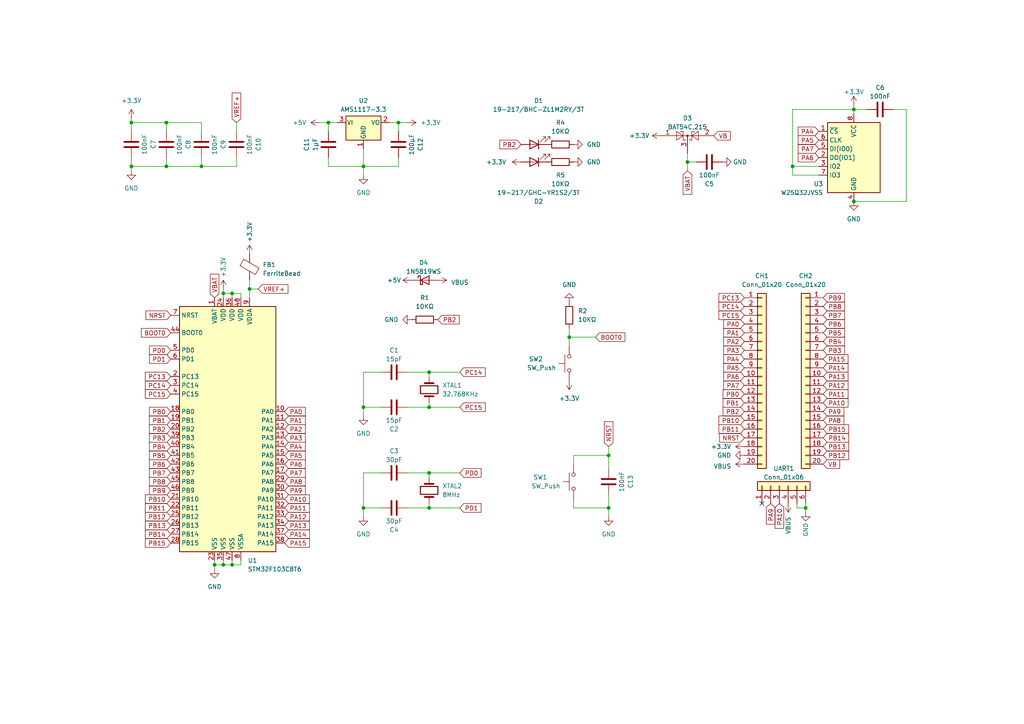
<source format=kicad_sch>
(kicad_sch (version 20230121) (generator eeschema)

  (uuid 978e1817-ddd6-4f04-b9a6-ae7fae5b1d1d)

  (paper "A4")

  (title_block
    (title "STM32F103C8T6")
  )

  (lib_symbols
    (symbol "Connector_Generic:Conn_01x06" (pin_names (offset 1.016) hide) (in_bom yes) (on_board yes)
      (property "Reference" "J" (at 0 7.62 0)
        (effects (font (size 1.27 1.27)))
      )
      (property "Value" "Conn_01x06" (at 0 -10.16 0)
        (effects (font (size 1.27 1.27)))
      )
      (property "Footprint" "" (at 0 0 0)
        (effects (font (size 1.27 1.27)) hide)
      )
      (property "Datasheet" "~" (at 0 0 0)
        (effects (font (size 1.27 1.27)) hide)
      )
      (property "ki_keywords" "connector" (at 0 0 0)
        (effects (font (size 1.27 1.27)) hide)
      )
      (property "ki_description" "Generic connector, single row, 01x06, script generated (kicad-library-utils/schlib/autogen/connector/)" (at 0 0 0)
        (effects (font (size 1.27 1.27)) hide)
      )
      (property "ki_fp_filters" "Connector*:*_1x??_*" (at 0 0 0)
        (effects (font (size 1.27 1.27)) hide)
      )
      (symbol "Conn_01x06_1_1"
        (rectangle (start -1.27 -7.493) (end 0 -7.747)
          (stroke (width 0.1524) (type default))
          (fill (type none))
        )
        (rectangle (start -1.27 -4.953) (end 0 -5.207)
          (stroke (width 0.1524) (type default))
          (fill (type none))
        )
        (rectangle (start -1.27 -2.413) (end 0 -2.667)
          (stroke (width 0.1524) (type default))
          (fill (type none))
        )
        (rectangle (start -1.27 0.127) (end 0 -0.127)
          (stroke (width 0.1524) (type default))
          (fill (type none))
        )
        (rectangle (start -1.27 2.667) (end 0 2.413)
          (stroke (width 0.1524) (type default))
          (fill (type none))
        )
        (rectangle (start -1.27 5.207) (end 0 4.953)
          (stroke (width 0.1524) (type default))
          (fill (type none))
        )
        (rectangle (start -1.27 6.35) (end 1.27 -8.89)
          (stroke (width 0.254) (type default))
          (fill (type background))
        )
        (pin passive line (at -5.08 5.08 0) (length 3.81)
          (name "Pin_1" (effects (font (size 1.27 1.27))))
          (number "1" (effects (font (size 1.27 1.27))))
        )
        (pin passive line (at -5.08 2.54 0) (length 3.81)
          (name "Pin_2" (effects (font (size 1.27 1.27))))
          (number "2" (effects (font (size 1.27 1.27))))
        )
        (pin passive line (at -5.08 0 0) (length 3.81)
          (name "Pin_3" (effects (font (size 1.27 1.27))))
          (number "3" (effects (font (size 1.27 1.27))))
        )
        (pin passive line (at -5.08 -2.54 0) (length 3.81)
          (name "Pin_4" (effects (font (size 1.27 1.27))))
          (number "4" (effects (font (size 1.27 1.27))))
        )
        (pin passive line (at -5.08 -5.08 0) (length 3.81)
          (name "Pin_5" (effects (font (size 1.27 1.27))))
          (number "5" (effects (font (size 1.27 1.27))))
        )
        (pin passive line (at -5.08 -7.62 0) (length 3.81)
          (name "Pin_6" (effects (font (size 1.27 1.27))))
          (number "6" (effects (font (size 1.27 1.27))))
        )
      )
    )
    (symbol "Connector_Generic:Conn_01x20" (pin_names (offset 1.016) hide) (in_bom yes) (on_board yes)
      (property "Reference" "J" (at 0 25.4 0)
        (effects (font (size 1.27 1.27)))
      )
      (property "Value" "Conn_01x20" (at 0 -27.94 0)
        (effects (font (size 1.27 1.27)))
      )
      (property "Footprint" "" (at 0 0 0)
        (effects (font (size 1.27 1.27)) hide)
      )
      (property "Datasheet" "~" (at 0 0 0)
        (effects (font (size 1.27 1.27)) hide)
      )
      (property "ki_keywords" "connector" (at 0 0 0)
        (effects (font (size 1.27 1.27)) hide)
      )
      (property "ki_description" "Generic connector, single row, 01x20, script generated (kicad-library-utils/schlib/autogen/connector/)" (at 0 0 0)
        (effects (font (size 1.27 1.27)) hide)
      )
      (property "ki_fp_filters" "Connector*:*_1x??_*" (at 0 0 0)
        (effects (font (size 1.27 1.27)) hide)
      )
      (symbol "Conn_01x20_1_1"
        (rectangle (start -1.27 -25.273) (end 0 -25.527)
          (stroke (width 0.1524) (type default))
          (fill (type none))
        )
        (rectangle (start -1.27 -22.733) (end 0 -22.987)
          (stroke (width 0.1524) (type default))
          (fill (type none))
        )
        (rectangle (start -1.27 -20.193) (end 0 -20.447)
          (stroke (width 0.1524) (type default))
          (fill (type none))
        )
        (rectangle (start -1.27 -17.653) (end 0 -17.907)
          (stroke (width 0.1524) (type default))
          (fill (type none))
        )
        (rectangle (start -1.27 -15.113) (end 0 -15.367)
          (stroke (width 0.1524) (type default))
          (fill (type none))
        )
        (rectangle (start -1.27 -12.573) (end 0 -12.827)
          (stroke (width 0.1524) (type default))
          (fill (type none))
        )
        (rectangle (start -1.27 -10.033) (end 0 -10.287)
          (stroke (width 0.1524) (type default))
          (fill (type none))
        )
        (rectangle (start -1.27 -7.493) (end 0 -7.747)
          (stroke (width 0.1524) (type default))
          (fill (type none))
        )
        (rectangle (start -1.27 -4.953) (end 0 -5.207)
          (stroke (width 0.1524) (type default))
          (fill (type none))
        )
        (rectangle (start -1.27 -2.413) (end 0 -2.667)
          (stroke (width 0.1524) (type default))
          (fill (type none))
        )
        (rectangle (start -1.27 0.127) (end 0 -0.127)
          (stroke (width 0.1524) (type default))
          (fill (type none))
        )
        (rectangle (start -1.27 2.667) (end 0 2.413)
          (stroke (width 0.1524) (type default))
          (fill (type none))
        )
        (rectangle (start -1.27 5.207) (end 0 4.953)
          (stroke (width 0.1524) (type default))
          (fill (type none))
        )
        (rectangle (start -1.27 7.747) (end 0 7.493)
          (stroke (width 0.1524) (type default))
          (fill (type none))
        )
        (rectangle (start -1.27 10.287) (end 0 10.033)
          (stroke (width 0.1524) (type default))
          (fill (type none))
        )
        (rectangle (start -1.27 12.827) (end 0 12.573)
          (stroke (width 0.1524) (type default))
          (fill (type none))
        )
        (rectangle (start -1.27 15.367) (end 0 15.113)
          (stroke (width 0.1524) (type default))
          (fill (type none))
        )
        (rectangle (start -1.27 17.907) (end 0 17.653)
          (stroke (width 0.1524) (type default))
          (fill (type none))
        )
        (rectangle (start -1.27 20.447) (end 0 20.193)
          (stroke (width 0.1524) (type default))
          (fill (type none))
        )
        (rectangle (start -1.27 22.987) (end 0 22.733)
          (stroke (width 0.1524) (type default))
          (fill (type none))
        )
        (rectangle (start -1.27 24.13) (end 1.27 -26.67)
          (stroke (width 0.254) (type default))
          (fill (type background))
        )
        (pin passive line (at -5.08 22.86 0) (length 3.81)
          (name "Pin_1" (effects (font (size 1.27 1.27))))
          (number "1" (effects (font (size 1.27 1.27))))
        )
        (pin passive line (at -5.08 0 0) (length 3.81)
          (name "Pin_10" (effects (font (size 1.27 1.27))))
          (number "10" (effects (font (size 1.27 1.27))))
        )
        (pin passive line (at -5.08 -2.54 0) (length 3.81)
          (name "Pin_11" (effects (font (size 1.27 1.27))))
          (number "11" (effects (font (size 1.27 1.27))))
        )
        (pin passive line (at -5.08 -5.08 0) (length 3.81)
          (name "Pin_12" (effects (font (size 1.27 1.27))))
          (number "12" (effects (font (size 1.27 1.27))))
        )
        (pin passive line (at -5.08 -7.62 0) (length 3.81)
          (name "Pin_13" (effects (font (size 1.27 1.27))))
          (number "13" (effects (font (size 1.27 1.27))))
        )
        (pin passive line (at -5.08 -10.16 0) (length 3.81)
          (name "Pin_14" (effects (font (size 1.27 1.27))))
          (number "14" (effects (font (size 1.27 1.27))))
        )
        (pin passive line (at -5.08 -12.7 0) (length 3.81)
          (name "Pin_15" (effects (font (size 1.27 1.27))))
          (number "15" (effects (font (size 1.27 1.27))))
        )
        (pin passive line (at -5.08 -15.24 0) (length 3.81)
          (name "Pin_16" (effects (font (size 1.27 1.27))))
          (number "16" (effects (font (size 1.27 1.27))))
        )
        (pin passive line (at -5.08 -17.78 0) (length 3.81)
          (name "Pin_17" (effects (font (size 1.27 1.27))))
          (number "17" (effects (font (size 1.27 1.27))))
        )
        (pin passive line (at -5.08 -20.32 0) (length 3.81)
          (name "Pin_18" (effects (font (size 1.27 1.27))))
          (number "18" (effects (font (size 1.27 1.27))))
        )
        (pin passive line (at -5.08 -22.86 0) (length 3.81)
          (name "Pin_19" (effects (font (size 1.27 1.27))))
          (number "19" (effects (font (size 1.27 1.27))))
        )
        (pin passive line (at -5.08 20.32 0) (length 3.81)
          (name "Pin_2" (effects (font (size 1.27 1.27))))
          (number "2" (effects (font (size 1.27 1.27))))
        )
        (pin passive line (at -5.08 -25.4 0) (length 3.81)
          (name "Pin_20" (effects (font (size 1.27 1.27))))
          (number "20" (effects (font (size 1.27 1.27))))
        )
        (pin passive line (at -5.08 17.78 0) (length 3.81)
          (name "Pin_3" (effects (font (size 1.27 1.27))))
          (number "3" (effects (font (size 1.27 1.27))))
        )
        (pin passive line (at -5.08 15.24 0) (length 3.81)
          (name "Pin_4" (effects (font (size 1.27 1.27))))
          (number "4" (effects (font (size 1.27 1.27))))
        )
        (pin passive line (at -5.08 12.7 0) (length 3.81)
          (name "Pin_5" (effects (font (size 1.27 1.27))))
          (number "5" (effects (font (size 1.27 1.27))))
        )
        (pin passive line (at -5.08 10.16 0) (length 3.81)
          (name "Pin_6" (effects (font (size 1.27 1.27))))
          (number "6" (effects (font (size 1.27 1.27))))
        )
        (pin passive line (at -5.08 7.62 0) (length 3.81)
          (name "Pin_7" (effects (font (size 1.27 1.27))))
          (number "7" (effects (font (size 1.27 1.27))))
        )
        (pin passive line (at -5.08 5.08 0) (length 3.81)
          (name "Pin_8" (effects (font (size 1.27 1.27))))
          (number "8" (effects (font (size 1.27 1.27))))
        )
        (pin passive line (at -5.08 2.54 0) (length 3.81)
          (name "Pin_9" (effects (font (size 1.27 1.27))))
          (number "9" (effects (font (size 1.27 1.27))))
        )
      )
    )
    (symbol "Device:C" (pin_numbers hide) (pin_names (offset 0.254)) (in_bom yes) (on_board yes)
      (property "Reference" "C" (at 0.635 2.54 0)
        (effects (font (size 1.27 1.27)) (justify left))
      )
      (property "Value" "C" (at 0.635 -2.54 0)
        (effects (font (size 1.27 1.27)) (justify left))
      )
      (property "Footprint" "" (at 0.9652 -3.81 0)
        (effects (font (size 1.27 1.27)) hide)
      )
      (property "Datasheet" "~" (at 0 0 0)
        (effects (font (size 1.27 1.27)) hide)
      )
      (property "ki_keywords" "cap capacitor" (at 0 0 0)
        (effects (font (size 1.27 1.27)) hide)
      )
      (property "ki_description" "Unpolarized capacitor" (at 0 0 0)
        (effects (font (size 1.27 1.27)) hide)
      )
      (property "ki_fp_filters" "C_*" (at 0 0 0)
        (effects (font (size 1.27 1.27)) hide)
      )
      (symbol "C_0_1"
        (polyline
          (pts
            (xy -2.032 -0.762)
            (xy 2.032 -0.762)
          )
          (stroke (width 0.508) (type default))
          (fill (type none))
        )
        (polyline
          (pts
            (xy -2.032 0.762)
            (xy 2.032 0.762)
          )
          (stroke (width 0.508) (type default))
          (fill (type none))
        )
      )
      (symbol "C_1_1"
        (pin passive line (at 0 3.81 270) (length 2.794)
          (name "~" (effects (font (size 1.27 1.27))))
          (number "1" (effects (font (size 1.27 1.27))))
        )
        (pin passive line (at 0 -3.81 90) (length 2.794)
          (name "~" (effects (font (size 1.27 1.27))))
          (number "2" (effects (font (size 1.27 1.27))))
        )
      )
    )
    (symbol "Device:Crystal" (pin_numbers hide) (pin_names (offset 1.016) hide) (in_bom yes) (on_board yes)
      (property "Reference" "Y" (at 0 3.81 0)
        (effects (font (size 1.27 1.27)))
      )
      (property "Value" "Crystal" (at 0 -3.81 0)
        (effects (font (size 1.27 1.27)))
      )
      (property "Footprint" "" (at 0 0 0)
        (effects (font (size 1.27 1.27)) hide)
      )
      (property "Datasheet" "~" (at 0 0 0)
        (effects (font (size 1.27 1.27)) hide)
      )
      (property "ki_keywords" "quartz ceramic resonator oscillator" (at 0 0 0)
        (effects (font (size 1.27 1.27)) hide)
      )
      (property "ki_description" "Two pin crystal" (at 0 0 0)
        (effects (font (size 1.27 1.27)) hide)
      )
      (property "ki_fp_filters" "Crystal*" (at 0 0 0)
        (effects (font (size 1.27 1.27)) hide)
      )
      (symbol "Crystal_0_1"
        (rectangle (start -1.143 2.54) (end 1.143 -2.54)
          (stroke (width 0.3048) (type default))
          (fill (type none))
        )
        (polyline
          (pts
            (xy -2.54 0)
            (xy -1.905 0)
          )
          (stroke (width 0) (type default))
          (fill (type none))
        )
        (polyline
          (pts
            (xy -1.905 -1.27)
            (xy -1.905 1.27)
          )
          (stroke (width 0.508) (type default))
          (fill (type none))
        )
        (polyline
          (pts
            (xy 1.905 -1.27)
            (xy 1.905 1.27)
          )
          (stroke (width 0.508) (type default))
          (fill (type none))
        )
        (polyline
          (pts
            (xy 2.54 0)
            (xy 1.905 0)
          )
          (stroke (width 0) (type default))
          (fill (type none))
        )
      )
      (symbol "Crystal_1_1"
        (pin passive line (at -3.81 0 0) (length 1.27)
          (name "1" (effects (font (size 1.27 1.27))))
          (number "1" (effects (font (size 1.27 1.27))))
        )
        (pin passive line (at 3.81 0 180) (length 1.27)
          (name "2" (effects (font (size 1.27 1.27))))
          (number "2" (effects (font (size 1.27 1.27))))
        )
      )
    )
    (symbol "Device:FerriteBead" (pin_numbers hide) (pin_names (offset 0)) (in_bom yes) (on_board yes)
      (property "Reference" "FB" (at -3.81 0.635 90)
        (effects (font (size 1.27 1.27)))
      )
      (property "Value" "FerriteBead" (at 3.81 0 90)
        (effects (font (size 1.27 1.27)))
      )
      (property "Footprint" "" (at -1.778 0 90)
        (effects (font (size 1.27 1.27)) hide)
      )
      (property "Datasheet" "~" (at 0 0 0)
        (effects (font (size 1.27 1.27)) hide)
      )
      (property "ki_keywords" "L ferrite bead inductor filter" (at 0 0 0)
        (effects (font (size 1.27 1.27)) hide)
      )
      (property "ki_description" "Ferrite bead" (at 0 0 0)
        (effects (font (size 1.27 1.27)) hide)
      )
      (property "ki_fp_filters" "Inductor_* L_* *Ferrite*" (at 0 0 0)
        (effects (font (size 1.27 1.27)) hide)
      )
      (symbol "FerriteBead_0_1"
        (polyline
          (pts
            (xy 0 -1.27)
            (xy 0 -1.2192)
          )
          (stroke (width 0) (type default))
          (fill (type none))
        )
        (polyline
          (pts
            (xy 0 1.27)
            (xy 0 1.2954)
          )
          (stroke (width 0) (type default))
          (fill (type none))
        )
        (polyline
          (pts
            (xy -2.7686 0.4064)
            (xy -1.7018 2.2606)
            (xy 2.7686 -0.3048)
            (xy 1.6764 -2.159)
            (xy -2.7686 0.4064)
          )
          (stroke (width 0) (type default))
          (fill (type none))
        )
      )
      (symbol "FerriteBead_1_1"
        (pin passive line (at 0 3.81 270) (length 2.54)
          (name "~" (effects (font (size 1.27 1.27))))
          (number "1" (effects (font (size 1.27 1.27))))
        )
        (pin passive line (at 0 -3.81 90) (length 2.54)
          (name "~" (effects (font (size 1.27 1.27))))
          (number "2" (effects (font (size 1.27 1.27))))
        )
      )
    )
    (symbol "Device:LED" (pin_numbers hide) (pin_names (offset 1.016) hide) (in_bom yes) (on_board yes)
      (property "Reference" "D" (at 0 2.54 0)
        (effects (font (size 1.27 1.27)))
      )
      (property "Value" "LED" (at 0 -2.54 0)
        (effects (font (size 1.27 1.27)))
      )
      (property "Footprint" "" (at 0 0 0)
        (effects (font (size 1.27 1.27)) hide)
      )
      (property "Datasheet" "~" (at 0 0 0)
        (effects (font (size 1.27 1.27)) hide)
      )
      (property "ki_keywords" "LED diode" (at 0 0 0)
        (effects (font (size 1.27 1.27)) hide)
      )
      (property "ki_description" "Light emitting diode" (at 0 0 0)
        (effects (font (size 1.27 1.27)) hide)
      )
      (property "ki_fp_filters" "LED* LED_SMD:* LED_THT:*" (at 0 0 0)
        (effects (font (size 1.27 1.27)) hide)
      )
      (symbol "LED_0_1"
        (polyline
          (pts
            (xy -1.27 -1.27)
            (xy -1.27 1.27)
          )
          (stroke (width 0.254) (type default))
          (fill (type none))
        )
        (polyline
          (pts
            (xy -1.27 0)
            (xy 1.27 0)
          )
          (stroke (width 0) (type default))
          (fill (type none))
        )
        (polyline
          (pts
            (xy 1.27 -1.27)
            (xy 1.27 1.27)
            (xy -1.27 0)
            (xy 1.27 -1.27)
          )
          (stroke (width 0.254) (type default))
          (fill (type none))
        )
        (polyline
          (pts
            (xy -3.048 -0.762)
            (xy -4.572 -2.286)
            (xy -3.81 -2.286)
            (xy -4.572 -2.286)
            (xy -4.572 -1.524)
          )
          (stroke (width 0) (type default))
          (fill (type none))
        )
        (polyline
          (pts
            (xy -1.778 -0.762)
            (xy -3.302 -2.286)
            (xy -2.54 -2.286)
            (xy -3.302 -2.286)
            (xy -3.302 -1.524)
          )
          (stroke (width 0) (type default))
          (fill (type none))
        )
      )
      (symbol "LED_1_1"
        (pin passive line (at -3.81 0 0) (length 2.54)
          (name "K" (effects (font (size 1.27 1.27))))
          (number "1" (effects (font (size 1.27 1.27))))
        )
        (pin passive line (at 3.81 0 180) (length 2.54)
          (name "A" (effects (font (size 1.27 1.27))))
          (number "2" (effects (font (size 1.27 1.27))))
        )
      )
    )
    (symbol "Device:R" (pin_numbers hide) (pin_names (offset 0)) (in_bom yes) (on_board yes)
      (property "Reference" "R" (at 2.032 0 90)
        (effects (font (size 1.27 1.27)))
      )
      (property "Value" "R" (at 0 0 90)
        (effects (font (size 1.27 1.27)))
      )
      (property "Footprint" "" (at -1.778 0 90)
        (effects (font (size 1.27 1.27)) hide)
      )
      (property "Datasheet" "~" (at 0 0 0)
        (effects (font (size 1.27 1.27)) hide)
      )
      (property "ki_keywords" "R res resistor" (at 0 0 0)
        (effects (font (size 1.27 1.27)) hide)
      )
      (property "ki_description" "Resistor" (at 0 0 0)
        (effects (font (size 1.27 1.27)) hide)
      )
      (property "ki_fp_filters" "R_*" (at 0 0 0)
        (effects (font (size 1.27 1.27)) hide)
      )
      (symbol "R_0_1"
        (rectangle (start -1.016 -2.54) (end 1.016 2.54)
          (stroke (width 0.254) (type default))
          (fill (type none))
        )
      )
      (symbol "R_1_1"
        (pin passive line (at 0 3.81 270) (length 1.27)
          (name "~" (effects (font (size 1.27 1.27))))
          (number "1" (effects (font (size 1.27 1.27))))
        )
        (pin passive line (at 0 -3.81 90) (length 1.27)
          (name "~" (effects (font (size 1.27 1.27))))
          (number "2" (effects (font (size 1.27 1.27))))
        )
      )
    )
    (symbol "Diode:1N5819WS" (pin_numbers hide) (pin_names (offset 1.016) hide) (in_bom yes) (on_board yes)
      (property "Reference" "D" (at 0 2.54 0)
        (effects (font (size 1.27 1.27)))
      )
      (property "Value" "1N5819WS" (at 0 -2.54 0)
        (effects (font (size 1.27 1.27)))
      )
      (property "Footprint" "Diode_SMD:D_SOD-323" (at 0 -4.445 0)
        (effects (font (size 1.27 1.27)) hide)
      )
      (property "Datasheet" "https://datasheet.lcsc.com/lcsc/2204281430_Guangdong-Hottech-1N5819WS_C191023.pdf" (at 0 0 0)
        (effects (font (size 1.27 1.27)) hide)
      )
      (property "ki_keywords" "diode Schottky" (at 0 0 0)
        (effects (font (size 1.27 1.27)) hide)
      )
      (property "ki_description" "40V 600mV@1A 1A SOD-323 Schottky Barrier Diodes, SOD-323" (at 0 0 0)
        (effects (font (size 1.27 1.27)) hide)
      )
      (property "ki_fp_filters" "D*SOD?323*" (at 0 0 0)
        (effects (font (size 1.27 1.27)) hide)
      )
      (symbol "1N5819WS_0_1"
        (polyline
          (pts
            (xy 1.27 0)
            (xy -1.27 0)
          )
          (stroke (width 0) (type default))
          (fill (type none))
        )
        (polyline
          (pts
            (xy 1.27 1.27)
            (xy 1.27 -1.27)
            (xy -1.27 0)
            (xy 1.27 1.27)
          )
          (stroke (width 0.254) (type default))
          (fill (type none))
        )
        (polyline
          (pts
            (xy -1.905 0.635)
            (xy -1.905 1.27)
            (xy -1.27 1.27)
            (xy -1.27 -1.27)
            (xy -0.635 -1.27)
            (xy -0.635 -0.635)
          )
          (stroke (width 0.254) (type default))
          (fill (type none))
        )
      )
      (symbol "1N5819WS_1_1"
        (pin passive line (at -3.81 0 0) (length 2.54)
          (name "K" (effects (font (size 1.27 1.27))))
          (number "1" (effects (font (size 1.27 1.27))))
        )
        (pin passive line (at 3.81 0 180) (length 2.54)
          (name "A" (effects (font (size 1.27 1.27))))
          (number "2" (effects (font (size 1.27 1.27))))
        )
      )
    )
    (symbol "Diode:BAT54C" (pin_names (offset 1.016)) (in_bom yes) (on_board yes)
      (property "Reference" "D" (at 0.635 -3.81 0)
        (effects (font (size 1.27 1.27)) (justify left))
      )
      (property "Value" "BAT54C" (at -6.35 3.175 0)
        (effects (font (size 1.27 1.27)) (justify left))
      )
      (property "Footprint" "Package_TO_SOT_SMD:SOT-23" (at 1.905 3.175 0)
        (effects (font (size 1.27 1.27)) (justify left) hide)
      )
      (property "Datasheet" "http://www.diodes.com/_files/datasheets/ds11005.pdf" (at -2.032 0 0)
        (effects (font (size 1.27 1.27)) hide)
      )
      (property "ki_keywords" "schottky diode common cathode" (at 0 0 0)
        (effects (font (size 1.27 1.27)) hide)
      )
      (property "ki_description" "dual schottky barrier diode, common cathode" (at 0 0 0)
        (effects (font (size 1.27 1.27)) hide)
      )
      (property "ki_fp_filters" "SOT?23*" (at 0 0 0)
        (effects (font (size 1.27 1.27)) hide)
      )
      (symbol "BAT54C_0_1"
        (polyline
          (pts
            (xy -1.905 0)
            (xy 1.905 0)
          )
          (stroke (width 0) (type default))
          (fill (type none))
        )
        (polyline
          (pts
            (xy -1.905 1.27)
            (xy -1.905 1.016)
          )
          (stroke (width 0) (type default))
          (fill (type none))
        )
        (polyline
          (pts
            (xy -1.27 -1.27)
            (xy -0.635 -1.27)
          )
          (stroke (width 0) (type default))
          (fill (type none))
        )
        (polyline
          (pts
            (xy -1.27 0)
            (xy -3.81 0)
          )
          (stroke (width 0) (type default))
          (fill (type none))
        )
        (polyline
          (pts
            (xy -1.27 1.27)
            (xy -1.905 1.27)
          )
          (stroke (width 0) (type default))
          (fill (type none))
        )
        (polyline
          (pts
            (xy -1.27 1.27)
            (xy -1.27 -1.27)
          )
          (stroke (width 0) (type default))
          (fill (type none))
        )
        (polyline
          (pts
            (xy -0.635 -1.27)
            (xy -0.635 -1.016)
          )
          (stroke (width 0) (type default))
          (fill (type none))
        )
        (polyline
          (pts
            (xy 0.635 -1.27)
            (xy 0.635 -1.016)
          )
          (stroke (width 0) (type default))
          (fill (type none))
        )
        (polyline
          (pts
            (xy 1.27 -1.27)
            (xy 0.635 -1.27)
          )
          (stroke (width 0) (type default))
          (fill (type none))
        )
        (polyline
          (pts
            (xy 1.27 1.27)
            (xy 1.27 -1.27)
          )
          (stroke (width 0) (type default))
          (fill (type none))
        )
        (polyline
          (pts
            (xy 1.27 1.27)
            (xy 1.905 1.27)
          )
          (stroke (width 0) (type default))
          (fill (type none))
        )
        (polyline
          (pts
            (xy 1.905 1.27)
            (xy 1.905 1.016)
          )
          (stroke (width 0) (type default))
          (fill (type none))
        )
        (polyline
          (pts
            (xy 3.81 0)
            (xy 1.27 0)
          )
          (stroke (width 0) (type default))
          (fill (type none))
        )
        (polyline
          (pts
            (xy -3.175 -1.27)
            (xy -3.175 1.27)
            (xy -1.27 0)
            (xy -3.175 -1.27)
          )
          (stroke (width 0) (type default))
          (fill (type none))
        )
        (polyline
          (pts
            (xy 3.175 -1.27)
            (xy 3.175 1.27)
            (xy 1.27 0)
            (xy 3.175 -1.27)
          )
          (stroke (width 0) (type default))
          (fill (type none))
        )
        (circle (center 0 0) (radius 0.254)
          (stroke (width 0) (type default))
          (fill (type outline))
        )
      )
      (symbol "BAT54C_1_1"
        (pin passive line (at -7.62 0 0) (length 3.81)
          (name "~" (effects (font (size 1.27 1.27))))
          (number "1" (effects (font (size 1.27 1.27))))
        )
        (pin passive line (at 7.62 0 180) (length 3.81)
          (name "~" (effects (font (size 1.27 1.27))))
          (number "2" (effects (font (size 1.27 1.27))))
        )
        (pin passive line (at 0 -5.08 90) (length 5.08)
          (name "~" (effects (font (size 1.27 1.27))))
          (number "3" (effects (font (size 1.27 1.27))))
        )
      )
    )
    (symbol "MCU_ST_STM32F1:STM32F103C8Tx" (in_bom yes) (on_board yes)
      (property "Reference" "U" (at -15.24 36.83 0)
        (effects (font (size 1.27 1.27)) (justify left))
      )
      (property "Value" "STM32F103C8Tx" (at 7.62 36.83 0)
        (effects (font (size 1.27 1.27)) (justify left))
      )
      (property "Footprint" "Package_QFP:LQFP-48_7x7mm_P0.5mm" (at -15.24 -35.56 0)
        (effects (font (size 1.27 1.27)) (justify right) hide)
      )
      (property "Datasheet" "http://www.st.com/st-web-ui/static/active/en/resource/technical/document/datasheet/CD00161566.pdf" (at 0 0 0)
        (effects (font (size 1.27 1.27)) hide)
      )
      (property "ki_keywords" "ARM Cortex-M3 STM32F1 STM32F103" (at 0 0 0)
        (effects (font (size 1.27 1.27)) hide)
      )
      (property "ki_description" "ARM Cortex-M3 MCU, 64KB flash, 20KB RAM, 72MHz, 2-3.6V, 37 GPIO, LQFP-48" (at 0 0 0)
        (effects (font (size 1.27 1.27)) hide)
      )
      (property "ki_fp_filters" "LQFP*7x7mm*P0.5mm*" (at 0 0 0)
        (effects (font (size 1.27 1.27)) hide)
      )
      (symbol "STM32F103C8Tx_0_1"
        (rectangle (start -15.24 -35.56) (end 12.7 35.56)
          (stroke (width 0.254) (type default))
          (fill (type background))
        )
      )
      (symbol "STM32F103C8Tx_1_1"
        (pin power_in line (at -5.08 38.1 270) (length 2.54)
          (name "VBAT" (effects (font (size 1.27 1.27))))
          (number "1" (effects (font (size 1.27 1.27))))
        )
        (pin bidirectional line (at 15.24 5.08 180) (length 2.54)
          (name "PA0" (effects (font (size 1.27 1.27))))
          (number "10" (effects (font (size 1.27 1.27))))
        )
        (pin bidirectional line (at 15.24 2.54 180) (length 2.54)
          (name "PA1" (effects (font (size 1.27 1.27))))
          (number "11" (effects (font (size 1.27 1.27))))
        )
        (pin bidirectional line (at 15.24 0 180) (length 2.54)
          (name "PA2" (effects (font (size 1.27 1.27))))
          (number "12" (effects (font (size 1.27 1.27))))
        )
        (pin bidirectional line (at 15.24 -2.54 180) (length 2.54)
          (name "PA3" (effects (font (size 1.27 1.27))))
          (number "13" (effects (font (size 1.27 1.27))))
        )
        (pin bidirectional line (at 15.24 -5.08 180) (length 2.54)
          (name "PA4" (effects (font (size 1.27 1.27))))
          (number "14" (effects (font (size 1.27 1.27))))
        )
        (pin bidirectional line (at 15.24 -7.62 180) (length 2.54)
          (name "PA5" (effects (font (size 1.27 1.27))))
          (number "15" (effects (font (size 1.27 1.27))))
        )
        (pin bidirectional line (at 15.24 -10.16 180) (length 2.54)
          (name "PA6" (effects (font (size 1.27 1.27))))
          (number "16" (effects (font (size 1.27 1.27))))
        )
        (pin bidirectional line (at 15.24 -12.7 180) (length 2.54)
          (name "PA7" (effects (font (size 1.27 1.27))))
          (number "17" (effects (font (size 1.27 1.27))))
        )
        (pin bidirectional line (at -17.78 5.08 0) (length 2.54)
          (name "PB0" (effects (font (size 1.27 1.27))))
          (number "18" (effects (font (size 1.27 1.27))))
        )
        (pin bidirectional line (at -17.78 2.54 0) (length 2.54)
          (name "PB1" (effects (font (size 1.27 1.27))))
          (number "19" (effects (font (size 1.27 1.27))))
        )
        (pin bidirectional line (at -17.78 15.24 0) (length 2.54)
          (name "PC13" (effects (font (size 1.27 1.27))))
          (number "2" (effects (font (size 1.27 1.27))))
        )
        (pin bidirectional line (at -17.78 0 0) (length 2.54)
          (name "PB2" (effects (font (size 1.27 1.27))))
          (number "20" (effects (font (size 1.27 1.27))))
        )
        (pin bidirectional line (at -17.78 -20.32 0) (length 2.54)
          (name "PB10" (effects (font (size 1.27 1.27))))
          (number "21" (effects (font (size 1.27 1.27))))
        )
        (pin bidirectional line (at -17.78 -22.86 0) (length 2.54)
          (name "PB11" (effects (font (size 1.27 1.27))))
          (number "22" (effects (font (size 1.27 1.27))))
        )
        (pin power_in line (at -5.08 -38.1 90) (length 2.54)
          (name "VSS" (effects (font (size 1.27 1.27))))
          (number "23" (effects (font (size 1.27 1.27))))
        )
        (pin power_in line (at -2.54 38.1 270) (length 2.54)
          (name "VDD" (effects (font (size 1.27 1.27))))
          (number "24" (effects (font (size 1.27 1.27))))
        )
        (pin bidirectional line (at -17.78 -25.4 0) (length 2.54)
          (name "PB12" (effects (font (size 1.27 1.27))))
          (number "25" (effects (font (size 1.27 1.27))))
        )
        (pin bidirectional line (at -17.78 -27.94 0) (length 2.54)
          (name "PB13" (effects (font (size 1.27 1.27))))
          (number "26" (effects (font (size 1.27 1.27))))
        )
        (pin bidirectional line (at -17.78 -30.48 0) (length 2.54)
          (name "PB14" (effects (font (size 1.27 1.27))))
          (number "27" (effects (font (size 1.27 1.27))))
        )
        (pin bidirectional line (at -17.78 -33.02 0) (length 2.54)
          (name "PB15" (effects (font (size 1.27 1.27))))
          (number "28" (effects (font (size 1.27 1.27))))
        )
        (pin bidirectional line (at 15.24 -15.24 180) (length 2.54)
          (name "PA8" (effects (font (size 1.27 1.27))))
          (number "29" (effects (font (size 1.27 1.27))))
        )
        (pin bidirectional line (at -17.78 12.7 0) (length 2.54)
          (name "PC14" (effects (font (size 1.27 1.27))))
          (number "3" (effects (font (size 1.27 1.27))))
        )
        (pin bidirectional line (at 15.24 -17.78 180) (length 2.54)
          (name "PA9" (effects (font (size 1.27 1.27))))
          (number "30" (effects (font (size 1.27 1.27))))
        )
        (pin bidirectional line (at 15.24 -20.32 180) (length 2.54)
          (name "PA10" (effects (font (size 1.27 1.27))))
          (number "31" (effects (font (size 1.27 1.27))))
        )
        (pin bidirectional line (at 15.24 -22.86 180) (length 2.54)
          (name "PA11" (effects (font (size 1.27 1.27))))
          (number "32" (effects (font (size 1.27 1.27))))
        )
        (pin bidirectional line (at 15.24 -25.4 180) (length 2.54)
          (name "PA12" (effects (font (size 1.27 1.27))))
          (number "33" (effects (font (size 1.27 1.27))))
        )
        (pin bidirectional line (at 15.24 -27.94 180) (length 2.54)
          (name "PA13" (effects (font (size 1.27 1.27))))
          (number "34" (effects (font (size 1.27 1.27))))
        )
        (pin power_in line (at -2.54 -38.1 90) (length 2.54)
          (name "VSS" (effects (font (size 1.27 1.27))))
          (number "35" (effects (font (size 1.27 1.27))))
        )
        (pin power_in line (at 0 38.1 270) (length 2.54)
          (name "VDD" (effects (font (size 1.27 1.27))))
          (number "36" (effects (font (size 1.27 1.27))))
        )
        (pin bidirectional line (at 15.24 -30.48 180) (length 2.54)
          (name "PA14" (effects (font (size 1.27 1.27))))
          (number "37" (effects (font (size 1.27 1.27))))
        )
        (pin bidirectional line (at 15.24 -33.02 180) (length 2.54)
          (name "PA15" (effects (font (size 1.27 1.27))))
          (number "38" (effects (font (size 1.27 1.27))))
        )
        (pin bidirectional line (at -17.78 -2.54 0) (length 2.54)
          (name "PB3" (effects (font (size 1.27 1.27))))
          (number "39" (effects (font (size 1.27 1.27))))
        )
        (pin bidirectional line (at -17.78 10.16 0) (length 2.54)
          (name "PC15" (effects (font (size 1.27 1.27))))
          (number "4" (effects (font (size 1.27 1.27))))
        )
        (pin bidirectional line (at -17.78 -5.08 0) (length 2.54)
          (name "PB4" (effects (font (size 1.27 1.27))))
          (number "40" (effects (font (size 1.27 1.27))))
        )
        (pin bidirectional line (at -17.78 -7.62 0) (length 2.54)
          (name "PB5" (effects (font (size 1.27 1.27))))
          (number "41" (effects (font (size 1.27 1.27))))
        )
        (pin bidirectional line (at -17.78 -10.16 0) (length 2.54)
          (name "PB6" (effects (font (size 1.27 1.27))))
          (number "42" (effects (font (size 1.27 1.27))))
        )
        (pin bidirectional line (at -17.78 -12.7 0) (length 2.54)
          (name "PB7" (effects (font (size 1.27 1.27))))
          (number "43" (effects (font (size 1.27 1.27))))
        )
        (pin input line (at -17.78 27.94 0) (length 2.54)
          (name "BOOT0" (effects (font (size 1.27 1.27))))
          (number "44" (effects (font (size 1.27 1.27))))
        )
        (pin bidirectional line (at -17.78 -15.24 0) (length 2.54)
          (name "PB8" (effects (font (size 1.27 1.27))))
          (number "45" (effects (font (size 1.27 1.27))))
        )
        (pin bidirectional line (at -17.78 -17.78 0) (length 2.54)
          (name "PB9" (effects (font (size 1.27 1.27))))
          (number "46" (effects (font (size 1.27 1.27))))
        )
        (pin power_in line (at 0 -38.1 90) (length 2.54)
          (name "VSS" (effects (font (size 1.27 1.27))))
          (number "47" (effects (font (size 1.27 1.27))))
        )
        (pin power_in line (at 2.54 38.1 270) (length 2.54)
          (name "VDD" (effects (font (size 1.27 1.27))))
          (number "48" (effects (font (size 1.27 1.27))))
        )
        (pin input line (at -17.78 22.86 0) (length 2.54)
          (name "PD0" (effects (font (size 1.27 1.27))))
          (number "5" (effects (font (size 1.27 1.27))))
        )
        (pin input line (at -17.78 20.32 0) (length 2.54)
          (name "PD1" (effects (font (size 1.27 1.27))))
          (number "6" (effects (font (size 1.27 1.27))))
        )
        (pin input line (at -17.78 33.02 0) (length 2.54)
          (name "NRST" (effects (font (size 1.27 1.27))))
          (number "7" (effects (font (size 1.27 1.27))))
        )
        (pin power_in line (at 2.54 -38.1 90) (length 2.54)
          (name "VSSA" (effects (font (size 1.27 1.27))))
          (number "8" (effects (font (size 1.27 1.27))))
        )
        (pin power_in line (at 5.08 38.1 270) (length 2.54)
          (name "VDDA" (effects (font (size 1.27 1.27))))
          (number "9" (effects (font (size 1.27 1.27))))
        )
      )
    )
    (symbol "Memory_Flash:W25Q32JVSS" (in_bom yes) (on_board yes)
      (property "Reference" "U" (at -6.35 11.43 0)
        (effects (font (size 1.27 1.27)))
      )
      (property "Value" "W25Q32JVSS" (at 7.62 11.43 0)
        (effects (font (size 1.27 1.27)))
      )
      (property "Footprint" "Package_SO:SOIC-8_5.23x5.23mm_P1.27mm" (at 0 0 0)
        (effects (font (size 1.27 1.27)) hide)
      )
      (property "Datasheet" "http://www.winbond.com/resource-files/w25q32jv%20revg%2003272018%20plus.pdf" (at 0 0 0)
        (effects (font (size 1.27 1.27)) hide)
      )
      (property "ki_keywords" "flash memory SPI" (at 0 0 0)
        (effects (font (size 1.27 1.27)) hide)
      )
      (property "ki_description" "32Mb Serial Flash Memory, Standard/Dual/Quad SPI, SOIC-8" (at 0 0 0)
        (effects (font (size 1.27 1.27)) hide)
      )
      (property "ki_fp_filters" "SOIC*5.23x5.23mm*P1.27mm*" (at 0 0 0)
        (effects (font (size 1.27 1.27)) hide)
      )
      (symbol "W25Q32JVSS_0_1"
        (rectangle (start -7.62 10.16) (end 7.62 -10.16)
          (stroke (width 0.254) (type default))
          (fill (type background))
        )
      )
      (symbol "W25Q32JVSS_1_1"
        (pin input line (at -10.16 7.62 0) (length 2.54)
          (name "~{CS}" (effects (font (size 1.27 1.27))))
          (number "1" (effects (font (size 1.27 1.27))))
        )
        (pin bidirectional line (at -10.16 0 0) (length 2.54)
          (name "DO(IO1)" (effects (font (size 1.27 1.27))))
          (number "2" (effects (font (size 1.27 1.27))))
        )
        (pin bidirectional line (at -10.16 -2.54 0) (length 2.54)
          (name "IO2" (effects (font (size 1.27 1.27))))
          (number "3" (effects (font (size 1.27 1.27))))
        )
        (pin power_in line (at 0 -12.7 90) (length 2.54)
          (name "GND" (effects (font (size 1.27 1.27))))
          (number "4" (effects (font (size 1.27 1.27))))
        )
        (pin bidirectional line (at -10.16 2.54 0) (length 2.54)
          (name "DI(IO0)" (effects (font (size 1.27 1.27))))
          (number "5" (effects (font (size 1.27 1.27))))
        )
        (pin input line (at -10.16 5.08 0) (length 2.54)
          (name "CLK" (effects (font (size 1.27 1.27))))
          (number "6" (effects (font (size 1.27 1.27))))
        )
        (pin bidirectional line (at -10.16 -5.08 0) (length 2.54)
          (name "IO3" (effects (font (size 1.27 1.27))))
          (number "7" (effects (font (size 1.27 1.27))))
        )
        (pin power_in line (at 0 12.7 270) (length 2.54)
          (name "VCC" (effects (font (size 1.27 1.27))))
          (number "8" (effects (font (size 1.27 1.27))))
        )
      )
    )
    (symbol "Regulator_Linear:AMS1117-3.3" (pin_names (offset 0.254)) (in_bom yes) (on_board yes)
      (property "Reference" "U" (at -3.81 3.175 0)
        (effects (font (size 1.27 1.27)))
      )
      (property "Value" "AMS1117-3.3" (at 0 3.175 0)
        (effects (font (size 1.27 1.27)) (justify left))
      )
      (property "Footprint" "Package_TO_SOT_SMD:SOT-223-3_TabPin2" (at 0 5.08 0)
        (effects (font (size 1.27 1.27)) hide)
      )
      (property "Datasheet" "http://www.advanced-monolithic.com/pdf/ds1117.pdf" (at 2.54 -6.35 0)
        (effects (font (size 1.27 1.27)) hide)
      )
      (property "ki_keywords" "linear regulator ldo fixed positive" (at 0 0 0)
        (effects (font (size 1.27 1.27)) hide)
      )
      (property "ki_description" "1A Low Dropout regulator, positive, 3.3V fixed output, SOT-223" (at 0 0 0)
        (effects (font (size 1.27 1.27)) hide)
      )
      (property "ki_fp_filters" "SOT?223*TabPin2*" (at 0 0 0)
        (effects (font (size 1.27 1.27)) hide)
      )
      (symbol "AMS1117-3.3_0_1"
        (rectangle (start -5.08 -5.08) (end 5.08 1.905)
          (stroke (width 0.254) (type default))
          (fill (type background))
        )
      )
      (symbol "AMS1117-3.3_1_1"
        (pin power_in line (at 0 -7.62 90) (length 2.54)
          (name "GND" (effects (font (size 1.27 1.27))))
          (number "1" (effects (font (size 1.27 1.27))))
        )
        (pin power_out line (at 7.62 0 180) (length 2.54)
          (name "VO" (effects (font (size 1.27 1.27))))
          (number "2" (effects (font (size 1.27 1.27))))
        )
        (pin power_in line (at -7.62 0 0) (length 2.54)
          (name "VI" (effects (font (size 1.27 1.27))))
          (number "3" (effects (font (size 1.27 1.27))))
        )
      )
    )
    (symbol "Switch:SW_Push" (pin_numbers hide) (pin_names (offset 1.016) hide) (in_bom yes) (on_board yes)
      (property "Reference" "SW" (at 1.27 2.54 0)
        (effects (font (size 1.27 1.27)) (justify left))
      )
      (property "Value" "SW_Push" (at 0 -1.524 0)
        (effects (font (size 1.27 1.27)))
      )
      (property "Footprint" "" (at 0 5.08 0)
        (effects (font (size 1.27 1.27)) hide)
      )
      (property "Datasheet" "~" (at 0 5.08 0)
        (effects (font (size 1.27 1.27)) hide)
      )
      (property "ki_keywords" "switch normally-open pushbutton push-button" (at 0 0 0)
        (effects (font (size 1.27 1.27)) hide)
      )
      (property "ki_description" "Push button switch, generic, two pins" (at 0 0 0)
        (effects (font (size 1.27 1.27)) hide)
      )
      (symbol "SW_Push_0_1"
        (circle (center -2.032 0) (radius 0.508)
          (stroke (width 0) (type default))
          (fill (type none))
        )
        (polyline
          (pts
            (xy 0 1.27)
            (xy 0 3.048)
          )
          (stroke (width 0) (type default))
          (fill (type none))
        )
        (polyline
          (pts
            (xy 2.54 1.27)
            (xy -2.54 1.27)
          )
          (stroke (width 0) (type default))
          (fill (type none))
        )
        (circle (center 2.032 0) (radius 0.508)
          (stroke (width 0) (type default))
          (fill (type none))
        )
        (pin passive line (at -5.08 0 0) (length 2.54)
          (name "1" (effects (font (size 1.27 1.27))))
          (number "1" (effects (font (size 1.27 1.27))))
        )
        (pin passive line (at 5.08 0 180) (length 2.54)
          (name "2" (effects (font (size 1.27 1.27))))
          (number "2" (effects (font (size 1.27 1.27))))
        )
      )
    )
    (symbol "power:+3.3V" (power) (pin_names (offset 0)) (in_bom yes) (on_board yes)
      (property "Reference" "#PWR" (at 0 -3.81 0)
        (effects (font (size 1.27 1.27)) hide)
      )
      (property "Value" "+3.3V" (at 0 3.556 0)
        (effects (font (size 1.27 1.27)))
      )
      (property "Footprint" "" (at 0 0 0)
        (effects (font (size 1.27 1.27)) hide)
      )
      (property "Datasheet" "" (at 0 0 0)
        (effects (font (size 1.27 1.27)) hide)
      )
      (property "ki_keywords" "power-flag" (at 0 0 0)
        (effects (font (size 1.27 1.27)) hide)
      )
      (property "ki_description" "Power symbol creates a global label with name \"+3.3V\"" (at 0 0 0)
        (effects (font (size 1.27 1.27)) hide)
      )
      (symbol "+3.3V_0_1"
        (polyline
          (pts
            (xy -0.762 1.27)
            (xy 0 2.54)
          )
          (stroke (width 0) (type default))
          (fill (type none))
        )
        (polyline
          (pts
            (xy 0 0)
            (xy 0 2.54)
          )
          (stroke (width 0) (type default))
          (fill (type none))
        )
        (polyline
          (pts
            (xy 0 2.54)
            (xy 0.762 1.27)
          )
          (stroke (width 0) (type default))
          (fill (type none))
        )
      )
      (symbol "+3.3V_1_1"
        (pin power_in line (at 0 0 90) (length 0) hide
          (name "+3.3V" (effects (font (size 1.27 1.27))))
          (number "1" (effects (font (size 1.27 1.27))))
        )
      )
    )
    (symbol "power:+5V" (power) (pin_names (offset 0)) (in_bom yes) (on_board yes)
      (property "Reference" "#PWR" (at 0 -3.81 0)
        (effects (font (size 1.27 1.27)) hide)
      )
      (property "Value" "+5V" (at 0 3.556 0)
        (effects (font (size 1.27 1.27)))
      )
      (property "Footprint" "" (at 0 0 0)
        (effects (font (size 1.27 1.27)) hide)
      )
      (property "Datasheet" "" (at 0 0 0)
        (effects (font (size 1.27 1.27)) hide)
      )
      (property "ki_keywords" "power-flag" (at 0 0 0)
        (effects (font (size 1.27 1.27)) hide)
      )
      (property "ki_description" "Power symbol creates a global label with name \"+5V\"" (at 0 0 0)
        (effects (font (size 1.27 1.27)) hide)
      )
      (symbol "+5V_0_1"
        (polyline
          (pts
            (xy -0.762 1.27)
            (xy 0 2.54)
          )
          (stroke (width 0) (type default))
          (fill (type none))
        )
        (polyline
          (pts
            (xy 0 0)
            (xy 0 2.54)
          )
          (stroke (width 0) (type default))
          (fill (type none))
        )
        (polyline
          (pts
            (xy 0 2.54)
            (xy 0.762 1.27)
          )
          (stroke (width 0) (type default))
          (fill (type none))
        )
      )
      (symbol "+5V_1_1"
        (pin power_in line (at 0 0 90) (length 0) hide
          (name "+5V" (effects (font (size 1.27 1.27))))
          (number "1" (effects (font (size 1.27 1.27))))
        )
      )
    )
    (symbol "power:GND" (power) (pin_names (offset 0)) (in_bom yes) (on_board yes)
      (property "Reference" "#PWR" (at 0 -6.35 0)
        (effects (font (size 1.27 1.27)) hide)
      )
      (property "Value" "GND" (at 0 -3.81 0)
        (effects (font (size 1.27 1.27)))
      )
      (property "Footprint" "" (at 0 0 0)
        (effects (font (size 1.27 1.27)) hide)
      )
      (property "Datasheet" "" (at 0 0 0)
        (effects (font (size 1.27 1.27)) hide)
      )
      (property "ki_keywords" "power-flag" (at 0 0 0)
        (effects (font (size 1.27 1.27)) hide)
      )
      (property "ki_description" "Power symbol creates a global label with name \"GND\" , ground" (at 0 0 0)
        (effects (font (size 1.27 1.27)) hide)
      )
      (symbol "GND_0_1"
        (polyline
          (pts
            (xy 0 0)
            (xy 0 -1.27)
            (xy 1.27 -1.27)
            (xy 0 -2.54)
            (xy -1.27 -1.27)
            (xy 0 -1.27)
          )
          (stroke (width 0) (type default))
          (fill (type none))
        )
      )
      (symbol "GND_1_1"
        (pin power_in line (at 0 0 270) (length 0) hide
          (name "GND" (effects (font (size 1.27 1.27))))
          (number "1" (effects (font (size 1.27 1.27))))
        )
      )
    )
    (symbol "power:VBUS" (power) (pin_names (offset 0)) (in_bom yes) (on_board yes)
      (property "Reference" "#PWR" (at 0 -3.81 0)
        (effects (font (size 1.27 1.27)) hide)
      )
      (property "Value" "VBUS" (at 0 3.81 0)
        (effects (font (size 1.27 1.27)))
      )
      (property "Footprint" "" (at 0 0 0)
        (effects (font (size 1.27 1.27)) hide)
      )
      (property "Datasheet" "" (at 0 0 0)
        (effects (font (size 1.27 1.27)) hide)
      )
      (property "ki_keywords" "global power" (at 0 0 0)
        (effects (font (size 1.27 1.27)) hide)
      )
      (property "ki_description" "Power symbol creates a global label with name \"VBUS\"" (at 0 0 0)
        (effects (font (size 1.27 1.27)) hide)
      )
      (symbol "VBUS_0_1"
        (polyline
          (pts
            (xy -0.762 1.27)
            (xy 0 2.54)
          )
          (stroke (width 0) (type default))
          (fill (type none))
        )
        (polyline
          (pts
            (xy 0 0)
            (xy 0 2.54)
          )
          (stroke (width 0) (type default))
          (fill (type none))
        )
        (polyline
          (pts
            (xy 0 2.54)
            (xy 0.762 1.27)
          )
          (stroke (width 0) (type default))
          (fill (type none))
        )
      )
      (symbol "VBUS_1_1"
        (pin power_in line (at 0 0 90) (length 0) hide
          (name "VBUS" (effects (font (size 1.27 1.27))))
          (number "1" (effects (font (size 1.27 1.27))))
        )
      )
    )
  )

  (junction (at 105.41 147.32) (diameter 0) (color 0 0 0 0)
    (uuid 0d151575-4e24-4ba1-90fd-5ab29f3c0a53)
  )
  (junction (at 105.41 118.11) (diameter 0) (color 0 0 0 0)
    (uuid 17f309dd-a543-44b5-9d2c-0fd551fa0fb0)
  )
  (junction (at 115.57 35.56) (diameter 0) (color 0 0 0 0)
    (uuid 1e1e54f7-53db-4910-a268-a2cb432cab12)
  )
  (junction (at 124.46 118.11) (diameter 0) (color 0 0 0 0)
    (uuid 301d6486-939a-4f71-9548-a71299215fde)
  )
  (junction (at 64.77 85.09) (diameter 0) (color 0 0 0 0)
    (uuid 3ca8cfdc-4d0f-4954-95ab-f9d33f259349)
  )
  (junction (at 247.65 58.42) (diameter 0) (color 0 0 0 0)
    (uuid 41616bf6-ddec-4046-84ae-3271f56b3891)
  )
  (junction (at 165.1 97.79) (diameter 0) (color 0 0 0 0)
    (uuid 44104f09-d11c-467e-8960-42e6c50c022e)
  )
  (junction (at 199.39 46.99) (diameter 0) (color 0 0 0 0)
    (uuid 488d18c2-ba02-4dd2-9290-76f3c6716aa7)
  )
  (junction (at 247.65 31.75) (diameter 0) (color 0 0 0 0)
    (uuid 65b1bd19-b909-4f6d-ae14-a70a3c7f86ee)
  )
  (junction (at 48.26 48.26) (diameter 0) (color 0 0 0 0)
    (uuid 65b4df4c-2632-4fbd-b29f-08730ace7890)
  )
  (junction (at 124.46 147.32) (diameter 0) (color 0 0 0 0)
    (uuid 6ba67108-f587-4ac7-96bb-b218edaa833a)
  )
  (junction (at 105.41 48.26) (diameter 0) (color 0 0 0 0)
    (uuid 6e83c913-37ca-4f63-aac9-47942e3dcb0c)
  )
  (junction (at 64.77 163.83) (diameter 0) (color 0 0 0 0)
    (uuid 6f24516e-f998-4e67-9da3-f06d7b008724)
  )
  (junction (at 38.1 48.26) (diameter 0) (color 0 0 0 0)
    (uuid 80295898-95d6-464a-8135-3e25787a1971)
  )
  (junction (at 58.42 48.26) (diameter 0) (color 0 0 0 0)
    (uuid 85e46bc9-f530-43cf-bd49-441db4a152a7)
  )
  (junction (at 67.31 163.83) (diameter 0) (color 0 0 0 0)
    (uuid 9029768f-ec11-4fe5-aed0-657bf8d4bbbb)
  )
  (junction (at 48.26 35.56) (diameter 0) (color 0 0 0 0)
    (uuid b661b785-229d-4228-97fd-e54edda39c28)
  )
  (junction (at 176.53 147.32) (diameter 0) (color 0 0 0 0)
    (uuid c29701d4-bc2b-4a22-b058-74ad039e0ed1)
  )
  (junction (at 95.25 35.56) (diameter 0) (color 0 0 0 0)
    (uuid c331f528-0189-4dfd-97d8-9e61f5c87f2c)
  )
  (junction (at 176.53 132.08) (diameter 0) (color 0 0 0 0)
    (uuid c7ddebda-f66b-437b-9d05-79a8de1f1c3b)
  )
  (junction (at 229.87 48.26) (diameter 0) (color 0 0 0 0)
    (uuid cb10ce58-9e49-4f6c-a829-816aef1a205e)
  )
  (junction (at 233.68 147.32) (diameter 0) (color 0 0 0 0)
    (uuid ccdd9331-723d-452f-bfe6-c16cd35ef64e)
  )
  (junction (at 72.39 83.82) (diameter 0) (color 0 0 0 0)
    (uuid e3e6c898-9770-438c-82ab-2b628ae966f3)
  )
  (junction (at 124.46 137.16) (diameter 0) (color 0 0 0 0)
    (uuid e4e87f0c-8c89-4ed9-a764-4bb6dd933974)
  )
  (junction (at 38.1 35.56) (diameter 0) (color 0 0 0 0)
    (uuid e9202280-285f-45e8-b017-dd7da6f28255)
  )
  (junction (at 67.31 85.09) (diameter 0) (color 0 0 0 0)
    (uuid ede84c40-ea5d-44a5-bad4-8ab5070aeac0)
  )
  (junction (at 124.46 107.95) (diameter 0) (color 0 0 0 0)
    (uuid f65a49f7-b0df-401d-885f-8d41a0df2dc3)
  )
  (junction (at 62.23 163.83) (diameter 0) (color 0 0 0 0)
    (uuid fd32826f-b99f-4d0b-a20e-bb05208fdf1c)
  )

  (no_connect (at 220.98 146.05) (uuid 9dbab91b-666d-48a8-822b-765304330d75))

  (wire (pts (xy 124.46 137.16) (xy 133.35 137.16))
    (stroke (width 0) (type default))
    (uuid 001eb824-dc0c-4811-a669-71f5016ec9a0)
  )
  (wire (pts (xy 165.1 95.25) (xy 165.1 97.79))
    (stroke (width 0) (type default))
    (uuid 00f15e01-70bd-47ee-93d5-661b8a254142)
  )
  (wire (pts (xy 105.41 107.95) (xy 110.49 107.95))
    (stroke (width 0) (type default))
    (uuid 0338abd4-33bb-46b6-928a-53d95daf005c)
  )
  (wire (pts (xy 165.1 97.79) (xy 165.1 100.33))
    (stroke (width 0) (type default))
    (uuid 04c1e267-aebb-4d33-805a-c001552f8e7c)
  )
  (wire (pts (xy 105.41 137.16) (xy 110.49 137.16))
    (stroke (width 0) (type default))
    (uuid 086a5433-2394-4340-9676-81188895a0a8)
  )
  (wire (pts (xy 233.68 148.59) (xy 233.68 147.32))
    (stroke (width 0) (type default))
    (uuid 0d4beb99-3ad6-403c-997f-b2ec51180ac1)
  )
  (wire (pts (xy 105.41 48.26) (xy 105.41 50.8))
    (stroke (width 0) (type default))
    (uuid 0f00bc8a-1f95-46c5-8066-2afe80dd4387)
  )
  (wire (pts (xy 110.49 118.11) (xy 105.41 118.11))
    (stroke (width 0) (type default))
    (uuid 114af681-97d1-4fc3-a3a6-097f5eeddcbb)
  )
  (wire (pts (xy 64.77 85.09) (xy 64.77 86.36))
    (stroke (width 0) (type default))
    (uuid 11c7e0da-57ff-423a-ac0e-779856255231)
  )
  (wire (pts (xy 69.85 85.09) (xy 69.85 86.36))
    (stroke (width 0) (type default))
    (uuid 1539b5d5-92f9-49c0-9b2e-ec93abea0e0e)
  )
  (wire (pts (xy 124.46 146.05) (xy 124.46 147.32))
    (stroke (width 0) (type default))
    (uuid 16a1b40c-d11c-4b56-9983-9f20576d90fc)
  )
  (wire (pts (xy 124.46 116.84) (xy 124.46 118.11))
    (stroke (width 0) (type default))
    (uuid 193adcd0-f171-4974-b573-0735b5ee047b)
  )
  (wire (pts (xy 262.89 31.75) (xy 262.89 58.42))
    (stroke (width 0) (type default))
    (uuid 1b35e39b-a65c-480d-8316-f350bc42e582)
  )
  (wire (pts (xy 176.53 129.54) (xy 176.53 132.08))
    (stroke (width 0) (type default))
    (uuid 1c548df2-5d58-4a59-89e9-1eac6fd29676)
  )
  (wire (pts (xy 67.31 163.83) (xy 69.85 163.83))
    (stroke (width 0) (type default))
    (uuid 1c88f021-9880-4023-a819-3ed362030cd6)
  )
  (wire (pts (xy 48.26 45.72) (xy 48.26 48.26))
    (stroke (width 0) (type default))
    (uuid 207ae271-f2dd-40d3-8491-c59e2f4d5e8f)
  )
  (wire (pts (xy 199.39 44.45) (xy 199.39 46.99))
    (stroke (width 0) (type default))
    (uuid 2302dc29-bd9b-46cd-8097-68a6fa6ccff1)
  )
  (wire (pts (xy 105.41 118.11) (xy 105.41 120.65))
    (stroke (width 0) (type default))
    (uuid 25d75a7a-461c-499b-8bca-cc577e211847)
  )
  (wire (pts (xy 38.1 35.56) (xy 38.1 38.1))
    (stroke (width 0) (type default))
    (uuid 26118628-3c25-4bfc-bbbd-090e371c8233)
  )
  (wire (pts (xy 64.77 85.09) (xy 67.31 85.09))
    (stroke (width 0) (type default))
    (uuid 2a5478bf-00ab-49ef-8d46-0a3285c229c8)
  )
  (wire (pts (xy 72.39 81.28) (xy 72.39 83.82))
    (stroke (width 0) (type default))
    (uuid 2aa7aef8-8660-46ec-b15d-846e2c7b9a74)
  )
  (wire (pts (xy 124.46 118.11) (xy 133.35 118.11))
    (stroke (width 0) (type default))
    (uuid 34d0a3a6-2ee0-4f7e-b7e7-4d17e5d390ac)
  )
  (wire (pts (xy 233.68 147.32) (xy 233.68 146.05))
    (stroke (width 0) (type default))
    (uuid 39ec26a3-1dfa-408d-a0e7-a64627545f35)
  )
  (wire (pts (xy 115.57 35.56) (xy 118.11 35.56))
    (stroke (width 0) (type default))
    (uuid 3acad844-3bf2-44b6-b785-4bb1ddc7528d)
  )
  (wire (pts (xy 262.89 58.42) (xy 247.65 58.42))
    (stroke (width 0) (type default))
    (uuid 3accef95-bb52-4b19-8661-ec3173a4398a)
  )
  (wire (pts (xy 64.77 83.82) (xy 64.77 85.09))
    (stroke (width 0) (type default))
    (uuid 3d2285ff-3ba6-4cf3-b521-0f8db1b13c10)
  )
  (wire (pts (xy 166.37 132.08) (xy 176.53 132.08))
    (stroke (width 0) (type default))
    (uuid 3d7ed7da-c870-4b19-8518-d2570ec5ef9b)
  )
  (wire (pts (xy 69.85 163.83) (xy 69.85 162.56))
    (stroke (width 0) (type default))
    (uuid 3d9bd476-6d5d-4868-b33c-db4ac957bdc0)
  )
  (wire (pts (xy 38.1 34.29) (xy 38.1 35.56))
    (stroke (width 0) (type default))
    (uuid 44a7b86b-7e1b-441e-98ae-726b10c37d39)
  )
  (wire (pts (xy 113.03 35.56) (xy 115.57 35.56))
    (stroke (width 0) (type default))
    (uuid 491d00f0-eebe-4049-af02-0fe26111fbfb)
  )
  (wire (pts (xy 124.46 107.95) (xy 133.35 107.95))
    (stroke (width 0) (type default))
    (uuid 496a2754-fbf4-4501-b222-7048f740f7f7)
  )
  (wire (pts (xy 176.53 132.08) (xy 176.53 135.89))
    (stroke (width 0) (type default))
    (uuid 4c1abf0a-b343-4372-a5d2-0da9999d2935)
  )
  (wire (pts (xy 105.41 137.16) (xy 105.41 147.32))
    (stroke (width 0) (type default))
    (uuid 4cba13e3-6926-46c6-b4d1-5b378e178dc1)
  )
  (wire (pts (xy 166.37 147.32) (xy 176.53 147.32))
    (stroke (width 0) (type default))
    (uuid 526eb229-16bd-4399-9fd7-d8a1239d55c7)
  )
  (wire (pts (xy 48.26 35.56) (xy 58.42 35.56))
    (stroke (width 0) (type default))
    (uuid 5597baf3-6e8a-492e-8b87-fa562af3222f)
  )
  (wire (pts (xy 247.65 30.48) (xy 247.65 31.75))
    (stroke (width 0) (type default))
    (uuid 567ff75f-9e2c-41c9-8233-2c53dc97d290)
  )
  (wire (pts (xy 247.65 31.75) (xy 251.46 31.75))
    (stroke (width 0) (type default))
    (uuid 57adec53-7583-42ef-8c04-a2ba5e8c28f7)
  )
  (wire (pts (xy 115.57 35.56) (xy 115.57 38.1))
    (stroke (width 0) (type default))
    (uuid 5bbc36b7-2930-4278-96f7-cee53aa3558e)
  )
  (wire (pts (xy 105.41 43.18) (xy 105.41 48.26))
    (stroke (width 0) (type default))
    (uuid 66724fd2-16b1-4a55-836c-4c5fb6c65572)
  )
  (wire (pts (xy 229.87 48.26) (xy 237.49 48.26))
    (stroke (width 0) (type default))
    (uuid 6cc86cf4-0766-4b84-947e-be114340c87c)
  )
  (wire (pts (xy 176.53 143.51) (xy 176.53 147.32))
    (stroke (width 0) (type default))
    (uuid 6ffc8336-ebb8-4d5a-8138-2a3bf6f9ff86)
  )
  (wire (pts (xy 72.39 83.82) (xy 74.93 83.82))
    (stroke (width 0) (type default))
    (uuid 758540a6-fe4b-4d6f-9c09-78fa059ff287)
  )
  (wire (pts (xy 166.37 144.78) (xy 166.37 147.32))
    (stroke (width 0) (type default))
    (uuid 77caa93e-49b2-4f59-bf46-b01b66edec9b)
  )
  (wire (pts (xy 95.25 35.56) (xy 95.25 38.1))
    (stroke (width 0) (type default))
    (uuid 77cbfa7d-f2a1-4958-9b55-d05025269c36)
  )
  (wire (pts (xy 95.25 48.26) (xy 105.41 48.26))
    (stroke (width 0) (type default))
    (uuid 7977d481-543c-47d9-90b6-e4ae2c65cd92)
  )
  (wire (pts (xy 124.46 147.32) (xy 133.35 147.32))
    (stroke (width 0) (type default))
    (uuid 7ad95d3c-4760-4a07-9ebe-8630b5b27774)
  )
  (wire (pts (xy 48.26 35.56) (xy 48.26 38.1))
    (stroke (width 0) (type default))
    (uuid 7c5d1bf9-b167-495e-9b06-13d002716860)
  )
  (wire (pts (xy 58.42 45.72) (xy 58.42 48.26))
    (stroke (width 0) (type default))
    (uuid 8107d21f-9bd7-4f4b-93db-6d8f8104b0e9)
  )
  (wire (pts (xy 95.25 35.56) (xy 97.79 35.56))
    (stroke (width 0) (type default))
    (uuid 812a457a-3307-4ac6-9fa9-27311a07581b)
  )
  (wire (pts (xy 105.41 107.95) (xy 105.41 118.11))
    (stroke (width 0) (type default))
    (uuid 87e836e5-5f8c-4038-96ed-cb04dbf38ee6)
  )
  (wire (pts (xy 124.46 138.43) (xy 124.46 137.16))
    (stroke (width 0) (type default))
    (uuid 89bd5ad7-4077-45f3-9b18-99573aa3c288)
  )
  (wire (pts (xy 62.23 165.1) (xy 62.23 163.83))
    (stroke (width 0) (type default))
    (uuid 8ad91309-bdf4-4ff5-8694-e41c2bc4bbe6)
  )
  (wire (pts (xy 58.42 35.56) (xy 58.42 38.1))
    (stroke (width 0) (type default))
    (uuid 8ce5a34a-5f69-4290-9846-4cc5d44be8aa)
  )
  (wire (pts (xy 64.77 162.56) (xy 64.77 163.83))
    (stroke (width 0) (type default))
    (uuid 8d6c3ad4-0db8-46e7-a714-0d4d2b5c8651)
  )
  (wire (pts (xy 64.77 163.83) (xy 67.31 163.83))
    (stroke (width 0) (type default))
    (uuid 90ef245f-3361-4b9d-83fd-7f1e76c8ff11)
  )
  (wire (pts (xy 95.25 45.72) (xy 95.25 48.26))
    (stroke (width 0) (type default))
    (uuid 958b2ac4-0826-4ac7-9862-575eec509922)
  )
  (wire (pts (xy 247.65 31.75) (xy 247.65 33.02))
    (stroke (width 0) (type default))
    (uuid 99f7adef-68af-42a1-94e0-3ccea8931872)
  )
  (wire (pts (xy 231.14 146.05) (xy 231.14 147.32))
    (stroke (width 0) (type default))
    (uuid 9cf0cab1-e481-4e97-9413-9c5ce4c2e23f)
  )
  (wire (pts (xy 67.31 163.83) (xy 67.31 162.56))
    (stroke (width 0) (type default))
    (uuid 9e879848-bb4a-4762-aa5d-be1aa5934847)
  )
  (wire (pts (xy 105.41 147.32) (xy 110.49 147.32))
    (stroke (width 0) (type default))
    (uuid a21c41d5-bd07-443f-a2a2-e372f1fdcd2e)
  )
  (wire (pts (xy 118.11 137.16) (xy 124.46 137.16))
    (stroke (width 0) (type default))
    (uuid a2336534-58b2-4e60-b718-7b729306665a)
  )
  (wire (pts (xy 38.1 35.56) (xy 48.26 35.56))
    (stroke (width 0) (type default))
    (uuid a32ae03c-d3a0-434a-a9f8-15c42739bfe7)
  )
  (wire (pts (xy 229.87 31.75) (xy 229.87 48.26))
    (stroke (width 0) (type default))
    (uuid ad5aa934-2406-4101-9f0a-fe306d9b4b74)
  )
  (wire (pts (xy 118.11 107.95) (xy 124.46 107.95))
    (stroke (width 0) (type default))
    (uuid aeb1ec3c-b4e0-46cc-a823-384af51f59d2)
  )
  (wire (pts (xy 166.37 132.08) (xy 166.37 134.62))
    (stroke (width 0) (type default))
    (uuid af83668d-1a3b-4ddc-a0d5-0d8dfc99a0c4)
  )
  (wire (pts (xy 231.14 147.32) (xy 233.68 147.32))
    (stroke (width 0) (type default))
    (uuid b3b57a53-df37-4dff-9e6a-ca812f87f427)
  )
  (wire (pts (xy 38.1 45.72) (xy 38.1 48.26))
    (stroke (width 0) (type default))
    (uuid b43a2b61-4fca-439a-9f49-f65dcda05b47)
  )
  (wire (pts (xy 68.58 35.56) (xy 68.58 38.1))
    (stroke (width 0) (type default))
    (uuid b883c35f-731e-44fb-ad5b-2bf9cc2ee7d4)
  )
  (wire (pts (xy 72.39 83.82) (xy 72.39 86.36))
    (stroke (width 0) (type default))
    (uuid b9f32135-c1f1-4128-a9a9-c4781236bbc9)
  )
  (wire (pts (xy 62.23 163.83) (xy 64.77 163.83))
    (stroke (width 0) (type default))
    (uuid ba8441f7-b3ab-4c28-bb17-cae00b7f2a64)
  )
  (wire (pts (xy 38.1 48.26) (xy 48.26 48.26))
    (stroke (width 0) (type default))
    (uuid bcdb1c64-6c7c-4b70-85f5-77bd55c764a6)
  )
  (wire (pts (xy 124.46 109.22) (xy 124.46 107.95))
    (stroke (width 0) (type default))
    (uuid c0ba699b-d24f-4119-94f4-428fff0f5ce4)
  )
  (wire (pts (xy 247.65 31.75) (xy 229.87 31.75))
    (stroke (width 0) (type default))
    (uuid c13d27af-76d9-4755-bcb6-81a20d149952)
  )
  (wire (pts (xy 48.26 48.26) (xy 58.42 48.26))
    (stroke (width 0) (type default))
    (uuid c2680be4-67da-41cd-a58c-47cc56e13836)
  )
  (wire (pts (xy 67.31 85.09) (xy 67.31 86.36))
    (stroke (width 0) (type default))
    (uuid c2fe0183-011b-4a78-9978-9743321532a4)
  )
  (wire (pts (xy 259.08 31.75) (xy 262.89 31.75))
    (stroke (width 0) (type default))
    (uuid c67fa92e-7dfd-40b9-86f0-c1d896682ec7)
  )
  (wire (pts (xy 68.58 45.72) (xy 68.58 48.26))
    (stroke (width 0) (type default))
    (uuid c778daf9-ae61-44ff-a042-acce8789a732)
  )
  (wire (pts (xy 67.31 85.09) (xy 69.85 85.09))
    (stroke (width 0) (type default))
    (uuid ca07f69a-2f27-4137-8cdc-835998652e69)
  )
  (wire (pts (xy 176.53 147.32) (xy 176.53 149.86))
    (stroke (width 0) (type default))
    (uuid d14f443b-7592-41e6-be26-2672e9b61297)
  )
  (wire (pts (xy 62.23 162.56) (xy 62.23 163.83))
    (stroke (width 0) (type default))
    (uuid d2a959ba-f33d-483e-93f2-f7e7011c418a)
  )
  (wire (pts (xy 115.57 45.72) (xy 115.57 48.26))
    (stroke (width 0) (type default))
    (uuid d344616e-67e0-4f30-80af-15879b0f1aa7)
  )
  (wire (pts (xy 229.87 48.26) (xy 229.87 50.8))
    (stroke (width 0) (type default))
    (uuid d64b7d01-1033-4091-8f96-944751a76ed7)
  )
  (wire (pts (xy 115.57 48.26) (xy 105.41 48.26))
    (stroke (width 0) (type default))
    (uuid d6cdc041-2647-41b5-b474-a7f117a645ee)
  )
  (wire (pts (xy 199.39 46.99) (xy 199.39 49.53))
    (stroke (width 0) (type default))
    (uuid d8d6bc6b-7f1d-44a8-a576-5cca228c363d)
  )
  (wire (pts (xy 92.71 35.56) (xy 95.25 35.56))
    (stroke (width 0) (type default))
    (uuid e15b3f75-6b79-42a3-a454-baa63d758adf)
  )
  (wire (pts (xy 118.11 118.11) (xy 124.46 118.11))
    (stroke (width 0) (type default))
    (uuid e2ea9257-db39-473f-830a-d1a66162fd9d)
  )
  (wire (pts (xy 118.11 147.32) (xy 124.46 147.32))
    (stroke (width 0) (type default))
    (uuid ebc6f4c5-9446-4d94-af46-492dd0a6190f)
  )
  (wire (pts (xy 58.42 48.26) (xy 68.58 48.26))
    (stroke (width 0) (type default))
    (uuid f366893a-72b8-4bb3-90b3-45bb608a3ff0)
  )
  (wire (pts (xy 38.1 48.26) (xy 38.1 49.53))
    (stroke (width 0) (type default))
    (uuid f492b8d0-1c04-4f93-8e9b-66e6554795ca)
  )
  (wire (pts (xy 199.39 46.99) (xy 201.93 46.99))
    (stroke (width 0) (type default))
    (uuid f53ff255-e805-4728-bdd4-108dfaad5bc5)
  )
  (wire (pts (xy 229.87 50.8) (xy 237.49 50.8))
    (stroke (width 0) (type default))
    (uuid fa79e5eb-c27a-498d-9189-5705d6930b55)
  )
  (wire (pts (xy 105.41 147.32) (xy 105.41 149.86))
    (stroke (width 0) (type default))
    (uuid fb847bf4-2a2a-4b59-a6dd-a0e4015cc132)
  )
  (wire (pts (xy 165.1 97.79) (xy 172.72 97.79))
    (stroke (width 0) (type default))
    (uuid fe3787e4-42e7-4f26-926c-8e607e2e8e48)
  )

  (global_label "PA9" (shape input) (at 238.76 119.38 0) (fields_autoplaced)
    (effects (font (size 1.27 1.27)) (justify left))
    (uuid 0060dce7-f072-4620-b794-3ba0dd609fd8)
    (property "Intersheetrefs" "${INTERSHEET_REFS}" (at 244.7412 119.4594 0)
      (effects (font (size 1.27 1.27)) (justify left) hide)
    )
  )
  (global_label "PB2" (shape input) (at 151.13 41.91 180) (fields_autoplaced)
    (effects (font (size 1.27 1.27)) (justify right))
    (uuid 05e56f0d-f8cc-476d-a2e4-e45394211f9f)
    (property "Intersheetrefs" "${INTERSHEET_REFS}" (at 144.4747 41.91 0)
      (effects (font (size 1.27 1.27)) (justify right) hide)
    )
  )
  (global_label "PD1" (shape input) (at 133.35 147.32 0) (fields_autoplaced)
    (effects (font (size 1.27 1.27)) (justify left))
    (uuid 07f619de-87a4-4027-a34c-ee3908189f64)
    (property "Intersheetrefs" "${INTERSHEET_REFS}" (at 139.5126 147.2406 0)
      (effects (font (size 1.27 1.27)) (justify left) hide)
    )
  )
  (global_label "PA15" (shape input) (at 238.76 104.14 0) (fields_autoplaced)
    (effects (font (size 1.27 1.27)) (justify left))
    (uuid 08435adb-f98e-419d-9ab8-d68257be9bcf)
    (property "Intersheetrefs" "${INTERSHEET_REFS}" (at 245.9507 104.2194 0)
      (effects (font (size 1.27 1.27)) (justify left) hide)
    )
  )
  (global_label "PB15" (shape input) (at 238.76 124.46 0) (fields_autoplaced)
    (effects (font (size 1.27 1.27)) (justify left))
    (uuid 08f3eb97-34b9-48cd-8c78-6021379c7a29)
    (property "Intersheetrefs" "${INTERSHEET_REFS}" (at 246.1321 124.3806 0)
      (effects (font (size 1.27 1.27)) (justify left) hide)
    )
  )
  (global_label "PC15" (shape input) (at 133.35 118.11 0) (fields_autoplaced)
    (effects (font (size 1.27 1.27)) (justify left))
    (uuid 09430bb3-51bf-457b-9aca-31977adb1558)
    (property "Intersheetrefs" "${INTERSHEET_REFS}" (at 140.7221 118.0306 0)
      (effects (font (size 1.27 1.27)) (justify left) hide)
    )
  )
  (global_label "PA4" (shape input) (at 215.9 104.14 180) (fields_autoplaced)
    (effects (font (size 1.27 1.27)) (justify right))
    (uuid 09f82bd7-75ee-4987-ad71-e373c06c0c76)
    (property "Intersheetrefs" "${INTERSHEET_REFS}" (at 209.9188 104.0606 0)
      (effects (font (size 1.27 1.27)) (justify right) hide)
    )
  )
  (global_label "PA2" (shape input) (at 215.9 99.06 180) (fields_autoplaced)
    (effects (font (size 1.27 1.27)) (justify right))
    (uuid 0bd3ab92-98ac-477e-b8b2-594dbdbdb3fa)
    (property "Intersheetrefs" "${INTERSHEET_REFS}" (at 209.9188 98.9806 0)
      (effects (font (size 1.27 1.27)) (justify right) hide)
    )
  )
  (global_label "PA7" (shape input) (at 237.49 43.18 180) (fields_autoplaced)
    (effects (font (size 1.27 1.27)) (justify right))
    (uuid 0f3e4e8b-ae3d-44b8-9a45-bffcaecb09a0)
    (property "Intersheetrefs" "${INTERSHEET_REFS}" (at 231.0161 43.18 0)
      (effects (font (size 1.27 1.27)) (justify right) hide)
    )
  )
  (global_label "PB11" (shape input) (at 49.53 147.32 180) (fields_autoplaced)
    (effects (font (size 1.27 1.27)) (justify right))
    (uuid 1157d42a-a46a-4641-a65b-fbdd6bdf33e6)
    (property "Intersheetrefs" "${INTERSHEET_REFS}" (at 42.1579 147.2406 0)
      (effects (font (size 1.27 1.27)) (justify right) hide)
    )
  )
  (global_label "VB" (shape input) (at 238.76 134.62 0) (fields_autoplaced)
    (effects (font (size 1.27 1.27)) (justify left))
    (uuid 12ef2dbc-967d-4e62-a810-84a3090f1c58)
    (property "Intersheetrefs" "${INTERSHEET_REFS}" (at 244.0244 134.62 0)
      (effects (font (size 1.27 1.27)) (justify left) hide)
    )
  )
  (global_label "PA11" (shape input) (at 238.76 114.3 0) (fields_autoplaced)
    (effects (font (size 1.27 1.27)) (justify left))
    (uuid 13301d73-b917-40a3-aa2f-3f366d08ed41)
    (property "Intersheetrefs" "${INTERSHEET_REFS}" (at 245.9507 114.3794 0)
      (effects (font (size 1.27 1.27)) (justify left) hide)
    )
  )
  (global_label "BOOT0" (shape input) (at 49.53 96.52 180) (fields_autoplaced)
    (effects (font (size 1.27 1.27)) (justify right))
    (uuid 14fb6533-9698-4093-88d3-5072f34c25a7)
    (property "Intersheetrefs" "${INTERSHEET_REFS}" (at 41.0088 96.4406 0)
      (effects (font (size 1.27 1.27)) (justify right) hide)
    )
  )
  (global_label "PB1" (shape input) (at 49.53 121.92 180) (fields_autoplaced)
    (effects (font (size 1.27 1.27)) (justify right))
    (uuid 1afd8f48-7727-47ac-ba54-48fc0830591d)
    (property "Intersheetrefs" "${INTERSHEET_REFS}" (at 43.3674 121.8406 0)
      (effects (font (size 1.27 1.27)) (justify right) hide)
    )
  )
  (global_label "BOOT0" (shape input) (at 172.72 97.79 0) (fields_autoplaced)
    (effects (font (size 1.27 1.27)) (justify left))
    (uuid 1cb3cdb9-0697-4454-9610-101262c01449)
    (property "Intersheetrefs" "${INTERSHEET_REFS}" (at 181.2412 97.7106 0)
      (effects (font (size 1.27 1.27)) (justify left) hide)
    )
  )
  (global_label "PA13" (shape input) (at 238.76 109.22 0) (fields_autoplaced)
    (effects (font (size 1.27 1.27)) (justify left))
    (uuid 206746e6-06c1-460d-84d9-455ccb3afa45)
    (property "Intersheetrefs" "${INTERSHEET_REFS}" (at 245.9507 109.2994 0)
      (effects (font (size 1.27 1.27)) (justify left) hide)
    )
  )
  (global_label "PA12" (shape input) (at 82.55 149.86 0) (fields_autoplaced)
    (effects (font (size 1.27 1.27)) (justify left))
    (uuid 2232bb0c-c271-4947-987a-0ab9882df977)
    (property "Intersheetrefs" "${INTERSHEET_REFS}" (at 89.7407 149.7806 0)
      (effects (font (size 1.27 1.27)) (justify left) hide)
    )
  )
  (global_label "PC13" (shape input) (at 49.53 109.22 180) (fields_autoplaced)
    (effects (font (size 1.27 1.27)) (justify right))
    (uuid 22c176c2-1591-4496-beb9-b66285756c23)
    (property "Intersheetrefs" "${INTERSHEET_REFS}" (at 42.1579 109.1406 0)
      (effects (font (size 1.27 1.27)) (justify right) hide)
    )
  )
  (global_label "PA8" (shape input) (at 82.55 139.7 0) (fields_autoplaced)
    (effects (font (size 1.27 1.27)) (justify left))
    (uuid 240f54bd-a31d-4a70-aa23-ff72cfca521e)
    (property "Intersheetrefs" "${INTERSHEET_REFS}" (at 88.5312 139.6206 0)
      (effects (font (size 1.27 1.27)) (justify left) hide)
    )
  )
  (global_label "PC14" (shape input) (at 133.35 107.95 0) (fields_autoplaced)
    (effects (font (size 1.27 1.27)) (justify left))
    (uuid 2865548f-a3b3-4505-aec3-3f897579773e)
    (property "Intersheetrefs" "${INTERSHEET_REFS}" (at 140.7221 107.8706 0)
      (effects (font (size 1.27 1.27)) (justify left) hide)
    )
  )
  (global_label "PB3" (shape input) (at 49.53 127 180) (fields_autoplaced)
    (effects (font (size 1.27 1.27)) (justify right))
    (uuid 2bc7d2c0-0dfd-4f40-91c8-20fa0eef2d7f)
    (property "Intersheetrefs" "${INTERSHEET_REFS}" (at 43.3674 126.9206 0)
      (effects (font (size 1.27 1.27)) (justify right) hide)
    )
  )
  (global_label "PB11" (shape input) (at 215.9 124.46 180) (fields_autoplaced)
    (effects (font (size 1.27 1.27)) (justify right))
    (uuid 32b9763e-b40b-421f-abcc-a0ab292e8ec9)
    (property "Intersheetrefs" "${INTERSHEET_REFS}" (at 208.5279 124.5394 0)
      (effects (font (size 1.27 1.27)) (justify right) hide)
    )
  )
  (global_label "PB8" (shape input) (at 238.76 88.9 0) (fields_autoplaced)
    (effects (font (size 1.27 1.27)) (justify left))
    (uuid 34a5b2f7-7b0f-4889-9ab8-23f1948ced80)
    (property "Intersheetrefs" "${INTERSHEET_REFS}" (at 244.9226 88.8206 0)
      (effects (font (size 1.27 1.27)) (justify left) hide)
    )
  )
  (global_label "PA9" (shape input) (at 82.55 142.24 0) (fields_autoplaced)
    (effects (font (size 1.27 1.27)) (justify left))
    (uuid 38ee1c6c-98b0-4b2a-82a3-521320d4822e)
    (property "Intersheetrefs" "${INTERSHEET_REFS}" (at 88.5312 142.1606 0)
      (effects (font (size 1.27 1.27)) (justify left) hide)
    )
  )
  (global_label "PA10" (shape input) (at 82.55 144.78 0) (fields_autoplaced)
    (effects (font (size 1.27 1.27)) (justify left))
    (uuid 3c64cbf0-209c-4c85-bb3b-6b815a85c3ac)
    (property "Intersheetrefs" "${INTERSHEET_REFS}" (at 89.7407 144.7006 0)
      (effects (font (size 1.27 1.27)) (justify left) hide)
    )
  )
  (global_label "PB2" (shape input) (at 127 92.71 0) (fields_autoplaced)
    (effects (font (size 1.27 1.27)) (justify left))
    (uuid 3c8abf6e-60f2-4eae-afc6-72b2632dcfa8)
    (property "Intersheetrefs" "${INTERSHEET_REFS}" (at 133.1626 92.6306 0)
      (effects (font (size 1.27 1.27)) (justify left) hide)
    )
  )
  (global_label "PA13" (shape input) (at 82.55 152.4 0) (fields_autoplaced)
    (effects (font (size 1.27 1.27)) (justify left))
    (uuid 3e240fbc-7829-4550-9fec-7537310166c7)
    (property "Intersheetrefs" "${INTERSHEET_REFS}" (at 89.7407 152.3206 0)
      (effects (font (size 1.27 1.27)) (justify left) hide)
    )
  )
  (global_label "PC15" (shape input) (at 215.9 91.44 180) (fields_autoplaced)
    (effects (font (size 1.27 1.27)) (justify right))
    (uuid 3e9e3ecc-db0d-46f5-815c-36a651d3baa6)
    (property "Intersheetrefs" "${INTERSHEET_REFS}" (at 208.5279 91.3606 0)
      (effects (font (size 1.27 1.27)) (justify right) hide)
    )
  )
  (global_label "VB" (shape input) (at 207.01 39.37 0) (fields_autoplaced)
    (effects (font (size 1.27 1.27)) (justify left))
    (uuid 44dc2a6b-611f-425f-b9e8-1aea1bf32d5c)
    (property "Intersheetrefs" "${INTERSHEET_REFS}" (at 212.2744 39.37 0)
      (effects (font (size 1.27 1.27)) (justify left) hide)
    )
  )
  (global_label "PB10" (shape input) (at 49.53 144.78 180) (fields_autoplaced)
    (effects (font (size 1.27 1.27)) (justify right))
    (uuid 44dc7afa-c6f3-479c-88e3-3ff88279f01c)
    (property "Intersheetrefs" "${INTERSHEET_REFS}" (at 42.1579 144.7006 0)
      (effects (font (size 1.27 1.27)) (justify right) hide)
    )
  )
  (global_label "PB14" (shape input) (at 49.53 154.94 180) (fields_autoplaced)
    (effects (font (size 1.27 1.27)) (justify right))
    (uuid 45247da5-be0f-49f5-9858-51141b0ee04c)
    (property "Intersheetrefs" "${INTERSHEET_REFS}" (at 42.1579 154.8606 0)
      (effects (font (size 1.27 1.27)) (justify right) hide)
    )
  )
  (global_label "PA10" (shape input) (at 238.76 116.84 0) (fields_autoplaced)
    (effects (font (size 1.27 1.27)) (justify left))
    (uuid 46652119-aa9e-44fb-88e6-87ee95e65186)
    (property "Intersheetrefs" "${INTERSHEET_REFS}" (at 245.9507 116.9194 0)
      (effects (font (size 1.27 1.27)) (justify left) hide)
    )
  )
  (global_label "PA14" (shape input) (at 238.76 106.68 0) (fields_autoplaced)
    (effects (font (size 1.27 1.27)) (justify left))
    (uuid 466a5017-f089-42b3-8da4-632f8a87e029)
    (property "Intersheetrefs" "${INTERSHEET_REFS}" (at 245.9507 106.7594 0)
      (effects (font (size 1.27 1.27)) (justify left) hide)
    )
  )
  (global_label "PA1" (shape input) (at 82.55 121.92 0) (fields_autoplaced)
    (effects (font (size 1.27 1.27)) (justify left))
    (uuid 4978134d-0df8-4337-bc64-a64ee6dab0df)
    (property "Intersheetrefs" "${INTERSHEET_REFS}" (at 88.5312 121.8406 0)
      (effects (font (size 1.27 1.27)) (justify left) hide)
    )
  )
  (global_label "VBAT" (shape input) (at 199.39 49.53 270) (fields_autoplaced)
    (effects (font (size 1.27 1.27)) (justify right))
    (uuid 4985e598-aba7-41f0-91c7-f8677a8bf8e8)
    (property "Intersheetrefs" "${INTERSHEET_REFS}" (at 199.39 56.8506 90)
      (effects (font (size 1.27 1.27)) (justify right) hide)
    )
  )
  (global_label "PB2" (shape input) (at 49.53 124.46 180) (fields_autoplaced)
    (effects (font (size 1.27 1.27)) (justify right))
    (uuid 4a92657e-c927-4c18-8933-8140f2b6ce01)
    (property "Intersheetrefs" "${INTERSHEET_REFS}" (at 43.3674 124.3806 0)
      (effects (font (size 1.27 1.27)) (justify right) hide)
    )
  )
  (global_label "PA8" (shape input) (at 238.76 121.92 0) (fields_autoplaced)
    (effects (font (size 1.27 1.27)) (justify left))
    (uuid 4c232fcf-4e59-4b8c-a04a-c2d50458c1fd)
    (property "Intersheetrefs" "${INTERSHEET_REFS}" (at 244.7412 121.9994 0)
      (effects (font (size 1.27 1.27)) (justify left) hide)
    )
  )
  (global_label "PA6" (shape input) (at 82.55 134.62 0) (fields_autoplaced)
    (effects (font (size 1.27 1.27)) (justify left))
    (uuid 505888c6-b1f6-448d-9d01-d0708adca77d)
    (property "Intersheetrefs" "${INTERSHEET_REFS}" (at 88.5312 134.5406 0)
      (effects (font (size 1.27 1.27)) (justify left) hide)
    )
  )
  (global_label "PA9" (shape input) (at 223.52 146.05 270) (fields_autoplaced)
    (effects (font (size 1.27 1.27)) (justify right))
    (uuid 55835a06-4b91-48a3-829c-1d05934061a3)
    (property "Intersheetrefs" "${INTERSHEET_REFS}" (at 223.4406 152.0312 90)
      (effects (font (size 1.27 1.27)) (justify right) hide)
    )
  )
  (global_label "PA3" (shape input) (at 215.9 101.6 180) (fields_autoplaced)
    (effects (font (size 1.27 1.27)) (justify right))
    (uuid 5af7acb1-4312-4b9f-b546-7c8548981d86)
    (property "Intersheetrefs" "${INTERSHEET_REFS}" (at 209.9188 101.5206 0)
      (effects (font (size 1.27 1.27)) (justify right) hide)
    )
  )
  (global_label "PA6" (shape input) (at 215.9 109.22 180) (fields_autoplaced)
    (effects (font (size 1.27 1.27)) (justify right))
    (uuid 5b33abf9-d32b-417d-923b-5fa96da7db3f)
    (property "Intersheetrefs" "${INTERSHEET_REFS}" (at 209.9188 109.1406 0)
      (effects (font (size 1.27 1.27)) (justify right) hide)
    )
  )
  (global_label "PB9" (shape input) (at 238.76 86.36 0) (fields_autoplaced)
    (effects (font (size 1.27 1.27)) (justify left))
    (uuid 62e2fb1f-ad90-4135-8949-3499bba8ce96)
    (property "Intersheetrefs" "${INTERSHEET_REFS}" (at 244.9226 86.2806 0)
      (effects (font (size 1.27 1.27)) (justify left) hide)
    )
  )
  (global_label "PC15" (shape input) (at 49.53 114.3 180) (fields_autoplaced)
    (effects (font (size 1.27 1.27)) (justify right))
    (uuid 62fc7d07-8efc-4546-8898-c65a665b23c5)
    (property "Intersheetrefs" "${INTERSHEET_REFS}" (at 42.1579 114.2206 0)
      (effects (font (size 1.27 1.27)) (justify right) hide)
    )
  )
  (global_label "PB0" (shape input) (at 215.9 114.3 180) (fields_autoplaced)
    (effects (font (size 1.27 1.27)) (justify right))
    (uuid 63f8e9c4-86a5-4726-a536-da2aaec37542)
    (property "Intersheetrefs" "${INTERSHEET_REFS}" (at 209.7374 114.3794 0)
      (effects (font (size 1.27 1.27)) (justify right) hide)
    )
  )
  (global_label "PA7" (shape input) (at 82.55 137.16 0) (fields_autoplaced)
    (effects (font (size 1.27 1.27)) (justify left))
    (uuid 645b0e8b-a39c-40fd-9c54-1034b8731811)
    (property "Intersheetrefs" "${INTERSHEET_REFS}" (at 88.5312 137.0806 0)
      (effects (font (size 1.27 1.27)) (justify left) hide)
    )
  )
  (global_label "PB13" (shape input) (at 238.76 129.54 0) (fields_autoplaced)
    (effects (font (size 1.27 1.27)) (justify left))
    (uuid 687d7b51-698f-4ec0-9ecb-e0914e7e697b)
    (property "Intersheetrefs" "${INTERSHEET_REFS}" (at 246.1321 129.4606 0)
      (effects (font (size 1.27 1.27)) (justify left) hide)
    )
  )
  (global_label "PD1" (shape input) (at 49.53 104.14 180) (fields_autoplaced)
    (effects (font (size 1.27 1.27)) (justify right))
    (uuid 68d92e7f-fb81-4ab9-9ede-231ec17155fd)
    (property "Intersheetrefs" "${INTERSHEET_REFS}" (at 43.3674 104.0606 0)
      (effects (font (size 1.27 1.27)) (justify right) hide)
    )
  )
  (global_label "PC14" (shape input) (at 49.53 111.76 180) (fields_autoplaced)
    (effects (font (size 1.27 1.27)) (justify right))
    (uuid 6a0e71a0-748d-47da-81ce-e368f9083a31)
    (property "Intersheetrefs" "${INTERSHEET_REFS}" (at 42.1579 111.6806 0)
      (effects (font (size 1.27 1.27)) (justify right) hide)
    )
  )
  (global_label "PB12" (shape input) (at 238.76 132.08 0) (fields_autoplaced)
    (effects (font (size 1.27 1.27)) (justify left))
    (uuid 6e77563f-6b9d-4a0b-961d-aa3bd7f17ad5)
    (property "Intersheetrefs" "${INTERSHEET_REFS}" (at 246.1321 132.0006 0)
      (effects (font (size 1.27 1.27)) (justify left) hide)
    )
  )
  (global_label "PA6" (shape input) (at 237.49 45.72 180) (fields_autoplaced)
    (effects (font (size 1.27 1.27)) (justify right))
    (uuid 6eeb56ac-8486-487d-8fea-1132fdb1d6d9)
    (property "Intersheetrefs" "${INTERSHEET_REFS}" (at 231.0161 45.72 0)
      (effects (font (size 1.27 1.27)) (justify right) hide)
    )
  )
  (global_label "PB10" (shape input) (at 215.9 121.92 180) (fields_autoplaced)
    (effects (font (size 1.27 1.27)) (justify right))
    (uuid 72231437-d77d-4cb6-91e6-6b9c2ed94752)
    (property "Intersheetrefs" "${INTERSHEET_REFS}" (at 208.5279 121.9994 0)
      (effects (font (size 1.27 1.27)) (justify right) hide)
    )
  )
  (global_label "PC13" (shape input) (at 215.9 86.36 180) (fields_autoplaced)
    (effects (font (size 1.27 1.27)) (justify right))
    (uuid 72b9a818-6c86-48d4-88be-370177156d20)
    (property "Intersheetrefs" "${INTERSHEET_REFS}" (at 208.5279 86.4394 0)
      (effects (font (size 1.27 1.27)) (justify right) hide)
    )
  )
  (global_label "PA11" (shape input) (at 82.55 147.32 0) (fields_autoplaced)
    (effects (font (size 1.27 1.27)) (justify left))
    (uuid 75950cfc-f8c6-4bc5-8b19-468301d39c56)
    (property "Intersheetrefs" "${INTERSHEET_REFS}" (at 89.7407 147.2406 0)
      (effects (font (size 1.27 1.27)) (justify left) hide)
    )
  )
  (global_label "NRST" (shape input) (at 176.53 129.54 90) (fields_autoplaced)
    (effects (font (size 1.27 1.27)) (justify left))
    (uuid 79b3aeb0-db58-41ea-831d-bc809b2f4614)
    (property "Intersheetrefs" "${INTERSHEET_REFS}" (at 176.53 121.8566 90)
      (effects (font (size 1.27 1.27)) (justify left) hide)
    )
  )
  (global_label "PC14" (shape input) (at 215.9 88.9 180) (fields_autoplaced)
    (effects (font (size 1.27 1.27)) (justify right))
    (uuid 79d58009-24eb-4abe-8c18-956ca2ac1ffa)
    (property "Intersheetrefs" "${INTERSHEET_REFS}" (at 208.5279 88.8206 0)
      (effects (font (size 1.27 1.27)) (justify right) hide)
    )
  )
  (global_label "PB6" (shape input) (at 49.53 134.62 180) (fields_autoplaced)
    (effects (font (size 1.27 1.27)) (justify right))
    (uuid 7e528fad-b1bf-45b1-85dc-4d519cd78eec)
    (property "Intersheetrefs" "${INTERSHEET_REFS}" (at 43.3674 134.5406 0)
      (effects (font (size 1.27 1.27)) (justify right) hide)
    )
  )
  (global_label "PD0" (shape input) (at 49.53 101.6 180) (fields_autoplaced)
    (effects (font (size 1.27 1.27)) (justify right))
    (uuid 7e5ecb7d-929c-4d90-b4d4-1ce22bdae157)
    (property "Intersheetrefs" "${INTERSHEET_REFS}" (at 43.3674 101.5206 0)
      (effects (font (size 1.27 1.27)) (justify right) hide)
    )
  )
  (global_label "VREF+" (shape input) (at 74.93 83.82 0) (fields_autoplaced)
    (effects (font (size 1.27 1.27)) (justify left))
    (uuid 8c1e3880-e15e-43e4-9e4b-8e684efc3b27)
    (property "Intersheetrefs" "${INTERSHEET_REFS}" (at 84.0044 83.82 0)
      (effects (font (size 1.27 1.27)) (justify left) hide)
    )
  )
  (global_label "PA4" (shape input) (at 82.55 129.54 0) (fields_autoplaced)
    (effects (font (size 1.27 1.27)) (justify left))
    (uuid 8dee8b13-af7d-47eb-8b0d-92dc0f467a4e)
    (property "Intersheetrefs" "${INTERSHEET_REFS}" (at 88.5312 129.4606 0)
      (effects (font (size 1.27 1.27)) (justify left) hide)
    )
  )
  (global_label "PB6" (shape input) (at 238.76 93.98 0) (fields_autoplaced)
    (effects (font (size 1.27 1.27)) (justify left))
    (uuid 9288cfbc-0b96-489c-8199-1af5366e2758)
    (property "Intersheetrefs" "${INTERSHEET_REFS}" (at 244.9226 93.9006 0)
      (effects (font (size 1.27 1.27)) (justify left) hide)
    )
  )
  (global_label "PB9" (shape input) (at 49.53 142.24 180) (fields_autoplaced)
    (effects (font (size 1.27 1.27)) (justify right))
    (uuid 9911c35d-2e76-4591-bf34-1d83c5d13d9f)
    (property "Intersheetrefs" "${INTERSHEET_REFS}" (at 43.3674 142.1606 0)
      (effects (font (size 1.27 1.27)) (justify right) hide)
    )
  )
  (global_label "PB4" (shape input) (at 238.76 99.06 0) (fields_autoplaced)
    (effects (font (size 1.27 1.27)) (justify left))
    (uuid 999a0c68-abbd-4bfe-a7ef-34b3bce7cb14)
    (property "Intersheetrefs" "${INTERSHEET_REFS}" (at 244.9226 98.9806 0)
      (effects (font (size 1.27 1.27)) (justify left) hide)
    )
  )
  (global_label "PA0" (shape input) (at 215.9 93.98 180) (fields_autoplaced)
    (effects (font (size 1.27 1.27)) (justify right))
    (uuid 9aa2775e-0c2f-4927-881f-022815473e5a)
    (property "Intersheetrefs" "${INTERSHEET_REFS}" (at 209.9188 93.9006 0)
      (effects (font (size 1.27 1.27)) (justify right) hide)
    )
  )
  (global_label "PA5" (shape input) (at 237.49 40.64 180) (fields_autoplaced)
    (effects (font (size 1.27 1.27)) (justify right))
    (uuid 9e3d02e0-a74d-449f-98a6-698e841db52b)
    (property "Intersheetrefs" "${INTERSHEET_REFS}" (at 231.0161 40.64 0)
      (effects (font (size 1.27 1.27)) (justify right) hide)
    )
  )
  (global_label "PA12" (shape input) (at 238.76 111.76 0) (fields_autoplaced)
    (effects (font (size 1.27 1.27)) (justify left))
    (uuid 9fa587f1-99e6-4791-8060-21c61abde61d)
    (property "Intersheetrefs" "${INTERSHEET_REFS}" (at 245.9507 111.8394 0)
      (effects (font (size 1.27 1.27)) (justify left) hide)
    )
  )
  (global_label "PD0" (shape input) (at 133.35 137.16 0) (fields_autoplaced)
    (effects (font (size 1.27 1.27)) (justify left))
    (uuid a1cdb132-ad7b-4bca-acda-06ef504ddfe1)
    (property "Intersheetrefs" "${INTERSHEET_REFS}" (at 139.5126 137.0806 0)
      (effects (font (size 1.27 1.27)) (justify left) hide)
    )
  )
  (global_label "PA5" (shape input) (at 82.55 132.08 0) (fields_autoplaced)
    (effects (font (size 1.27 1.27)) (justify left))
    (uuid a2d00775-9339-468e-a041-9227b900757d)
    (property "Intersheetrefs" "${INTERSHEET_REFS}" (at 88.5312 132.0006 0)
      (effects (font (size 1.27 1.27)) (justify left) hide)
    )
  )
  (global_label "PA3" (shape input) (at 82.55 127 0) (fields_autoplaced)
    (effects (font (size 1.27 1.27)) (justify left))
    (uuid a7394121-df16-47ea-86ac-da339b1d4760)
    (property "Intersheetrefs" "${INTERSHEET_REFS}" (at 88.5312 126.9206 0)
      (effects (font (size 1.27 1.27)) (justify left) hide)
    )
  )
  (global_label "PB13" (shape input) (at 49.53 152.4 180) (fields_autoplaced)
    (effects (font (size 1.27 1.27)) (justify right))
    (uuid ac42e206-ffef-4844-a1c3-d5f23b4343ca)
    (property "Intersheetrefs" "${INTERSHEET_REFS}" (at 42.1579 152.3206 0)
      (effects (font (size 1.27 1.27)) (justify right) hide)
    )
  )
  (global_label "PA7" (shape input) (at 215.9 111.76 180) (fields_autoplaced)
    (effects (font (size 1.27 1.27)) (justify right))
    (uuid ace7ac29-44ea-4ab0-9f48-91191fed8e35)
    (property "Intersheetrefs" "${INTERSHEET_REFS}" (at 209.9188 111.6806 0)
      (effects (font (size 1.27 1.27)) (justify right) hide)
    )
  )
  (global_label "PA2" (shape input) (at 82.55 124.46 0) (fields_autoplaced)
    (effects (font (size 1.27 1.27)) (justify left))
    (uuid b6c2ded5-2aa5-4c92-9c84-4bee4888f1bd)
    (property "Intersheetrefs" "${INTERSHEET_REFS}" (at 88.5312 124.3806 0)
      (effects (font (size 1.27 1.27)) (justify left) hide)
    )
  )
  (global_label "PB8" (shape input) (at 49.53 139.7 180) (fields_autoplaced)
    (effects (font (size 1.27 1.27)) (justify right))
    (uuid b79baffe-af24-43ec-810c-36b84556ec72)
    (property "Intersheetrefs" "${INTERSHEET_REFS}" (at 43.3674 139.6206 0)
      (effects (font (size 1.27 1.27)) (justify right) hide)
    )
  )
  (global_label "VREF+" (shape input) (at 68.58 35.56 90) (fields_autoplaced)
    (effects (font (size 1.27 1.27)) (justify left))
    (uuid b7ce28d9-d647-44e1-b8db-507aa7c7bb9f)
    (property "Intersheetrefs" "${INTERSHEET_REFS}" (at 68.58 26.4856 90)
      (effects (font (size 1.27 1.27)) (justify left) hide)
    )
  )
  (global_label "PA15" (shape input) (at 82.55 157.48 0) (fields_autoplaced)
    (effects (font (size 1.27 1.27)) (justify left))
    (uuid b9053adb-e5e5-4dde-bf03-fd78f0fd08cb)
    (property "Intersheetrefs" "${INTERSHEET_REFS}" (at 89.7407 157.4006 0)
      (effects (font (size 1.27 1.27)) (justify left) hide)
    )
  )
  (global_label "PA10" (shape input) (at 226.06 146.05 270) (fields_autoplaced)
    (effects (font (size 1.27 1.27)) (justify right))
    (uuid c2cb871e-8246-4860-94d5-a21ac2399e8c)
    (property "Intersheetrefs" "${INTERSHEET_REFS}" (at 225.9806 153.2407 90)
      (effects (font (size 1.27 1.27)) (justify right) hide)
    )
  )
  (global_label "PB7" (shape input) (at 238.76 91.44 0) (fields_autoplaced)
    (effects (font (size 1.27 1.27)) (justify left))
    (uuid c84aedaa-f037-449f-95c9-1194af38dec9)
    (property "Intersheetrefs" "${INTERSHEET_REFS}" (at 244.9226 91.3606 0)
      (effects (font (size 1.27 1.27)) (justify left) hide)
    )
  )
  (global_label "PB1" (shape input) (at 215.9 116.84 180) (fields_autoplaced)
    (effects (font (size 1.27 1.27)) (justify right))
    (uuid ce02d269-b2df-46c1-ba31-fdaf38480393)
    (property "Intersheetrefs" "${INTERSHEET_REFS}" (at 209.7374 116.9194 0)
      (effects (font (size 1.27 1.27)) (justify right) hide)
    )
  )
  (global_label "NRST" (shape input) (at 49.53 91.44 180) (fields_autoplaced)
    (effects (font (size 1.27 1.27)) (justify right))
    (uuid d0b4e576-fea5-4677-afe6-ff795069133d)
    (property "Intersheetrefs" "${INTERSHEET_REFS}" (at 42.3393 91.3606 0)
      (effects (font (size 1.27 1.27)) (justify right) hide)
    )
  )
  (global_label "PB14" (shape input) (at 238.76 127 0) (fields_autoplaced)
    (effects (font (size 1.27 1.27)) (justify left))
    (uuid d0c0a39a-8958-4639-aaf9-bf5d0186678f)
    (property "Intersheetrefs" "${INTERSHEET_REFS}" (at 246.1321 126.9206 0)
      (effects (font (size 1.27 1.27)) (justify left) hide)
    )
  )
  (global_label "NRST" (shape input) (at 215.9 127 180) (fields_autoplaced)
    (effects (font (size 1.27 1.27)) (justify right))
    (uuid d161dda3-6f0a-4c4d-9e1b-6ce1f1ca4be5)
    (property "Intersheetrefs" "${INTERSHEET_REFS}" (at 208.7093 127.0794 0)
      (effects (font (size 1.27 1.27)) (justify right) hide)
    )
  )
  (global_label "PB4" (shape input) (at 49.53 129.54 180) (fields_autoplaced)
    (effects (font (size 1.27 1.27)) (justify right))
    (uuid d2e43821-09f5-4f47-9aa7-8cbdee2f3a4c)
    (property "Intersheetrefs" "${INTERSHEET_REFS}" (at 43.3674 129.4606 0)
      (effects (font (size 1.27 1.27)) (justify right) hide)
    )
  )
  (global_label "PB15" (shape input) (at 49.53 157.48 180) (fields_autoplaced)
    (effects (font (size 1.27 1.27)) (justify right))
    (uuid d2fc1956-3b87-4c12-8625-14ce5406ed95)
    (property "Intersheetrefs" "${INTERSHEET_REFS}" (at 42.1579 157.4006 0)
      (effects (font (size 1.27 1.27)) (justify right) hide)
    )
  )
  (global_label "PB3" (shape input) (at 238.76 101.6 0) (fields_autoplaced)
    (effects (font (size 1.27 1.27)) (justify left))
    (uuid d7d20b14-2af6-4b66-8f03-9eb8bacb24cd)
    (property "Intersheetrefs" "${INTERSHEET_REFS}" (at 244.9226 101.5206 0)
      (effects (font (size 1.27 1.27)) (justify left) hide)
    )
  )
  (global_label "PA1" (shape input) (at 215.9 96.52 180) (fields_autoplaced)
    (effects (font (size 1.27 1.27)) (justify right))
    (uuid d9019f57-ffe9-43c3-b169-837789433386)
    (property "Intersheetrefs" "${INTERSHEET_REFS}" (at 209.9188 96.4406 0)
      (effects (font (size 1.27 1.27)) (justify right) hide)
    )
  )
  (global_label "PB2" (shape input) (at 215.9 119.38 180) (fields_autoplaced)
    (effects (font (size 1.27 1.27)) (justify right))
    (uuid de531011-ca34-4fd0-a47e-08b07a564fb5)
    (property "Intersheetrefs" "${INTERSHEET_REFS}" (at 209.7374 119.4594 0)
      (effects (font (size 1.27 1.27)) (justify right) hide)
    )
  )
  (global_label "PA4" (shape input) (at 237.49 38.1 180) (fields_autoplaced)
    (effects (font (size 1.27 1.27)) (justify right))
    (uuid e0abb23c-4a3d-48c6-915f-f7dc542151fe)
    (property "Intersheetrefs" "${INTERSHEET_REFS}" (at 231.0161 38.1 0)
      (effects (font (size 1.27 1.27)) (justify right) hide)
    )
  )
  (global_label "PB7" (shape input) (at 49.53 137.16 180) (fields_autoplaced)
    (effects (font (size 1.27 1.27)) (justify right))
    (uuid e0be039b-f018-4880-aaf9-a9ce15975302)
    (property "Intersheetrefs" "${INTERSHEET_REFS}" (at 43.3674 137.0806 0)
      (effects (font (size 1.27 1.27)) (justify right) hide)
    )
  )
  (global_label "PA14" (shape input) (at 82.55 154.94 0) (fields_autoplaced)
    (effects (font (size 1.27 1.27)) (justify left))
    (uuid e164f964-6e67-4da5-a341-e7cef5a8fb6f)
    (property "Intersheetrefs" "${INTERSHEET_REFS}" (at 89.7407 154.8606 0)
      (effects (font (size 1.27 1.27)) (justify left) hide)
    )
  )
  (global_label "PB12" (shape input) (at 49.53 149.86 180) (fields_autoplaced)
    (effects (font (size 1.27 1.27)) (justify right))
    (uuid e60f14c2-f4b8-4133-b8d9-331a9d88bba0)
    (property "Intersheetrefs" "${INTERSHEET_REFS}" (at 42.1579 149.7806 0)
      (effects (font (size 1.27 1.27)) (justify right) hide)
    )
  )
  (global_label "PB5" (shape input) (at 238.76 96.52 0) (fields_autoplaced)
    (effects (font (size 1.27 1.27)) (justify left))
    (uuid e738a270-59db-4191-9387-72b40a8d301c)
    (property "Intersheetrefs" "${INTERSHEET_REFS}" (at 244.9226 96.4406 0)
      (effects (font (size 1.27 1.27)) (justify left) hide)
    )
  )
  (global_label "PA5" (shape input) (at 215.9 106.68 180) (fields_autoplaced)
    (effects (font (size 1.27 1.27)) (justify right))
    (uuid e7a00c26-c8ce-44a0-84e9-34c45eba3002)
    (property "Intersheetrefs" "${INTERSHEET_REFS}" (at 209.9188 106.6006 0)
      (effects (font (size 1.27 1.27)) (justify right) hide)
    )
  )
  (global_label "PA0" (shape input) (at 82.55 119.38 0) (fields_autoplaced)
    (effects (font (size 1.27 1.27)) (justify left))
    (uuid ee16196e-c797-4be9-b076-0127fbd698cd)
    (property "Intersheetrefs" "${INTERSHEET_REFS}" (at 88.5312 119.3006 0)
      (effects (font (size 1.27 1.27)) (justify left) hide)
    )
  )
  (global_label "VBAT" (shape input) (at 62.23 86.36 90) (fields_autoplaced)
    (effects (font (size 1.27 1.27)) (justify left))
    (uuid f75f02fc-5bb4-47dc-9f6c-88bec40a32b0)
    (property "Intersheetrefs" "${INTERSHEET_REFS}" (at 62.23 79.0394 90)
      (effects (font (size 1.27 1.27)) (justify left) hide)
    )
  )
  (global_label "PB0" (shape input) (at 49.53 119.38 180) (fields_autoplaced)
    (effects (font (size 1.27 1.27)) (justify right))
    (uuid fc95bc53-cd70-409e-8c5b-6666deec4f82)
    (property "Intersheetrefs" "${INTERSHEET_REFS}" (at 43.3674 119.3006 0)
      (effects (font (size 1.27 1.27)) (justify right) hide)
    )
  )
  (global_label "PB5" (shape input) (at 49.53 132.08 180) (fields_autoplaced)
    (effects (font (size 1.27 1.27)) (justify right))
    (uuid fcea3370-a86d-4bfc-b73e-6bc0a71415d0)
    (property "Intersheetrefs" "${INTERSHEET_REFS}" (at 43.3674 132.0006 0)
      (effects (font (size 1.27 1.27)) (justify right) hide)
    )
  )

  (symbol (lib_id "power:+3.3V") (at 64.77 83.82 0) (unit 1)
    (in_bom yes) (on_board yes) (dnp no)
    (uuid 00957269-7198-4819-865f-628cf2f72790)
    (property "Reference" "#PWR0106" (at 64.77 87.63 0)
      (effects (font (size 1.27 1.27)) hide)
    )
    (property "Value" "+3.3V" (at 64.77 77.47 90)
      (effects (font (size 1.27 1.27)))
    )
    (property "Footprint" "" (at 64.77 83.82 0)
      (effects (font (size 1.27 1.27)) hide)
    )
    (property "Datasheet" "" (at 64.77 83.82 0)
      (effects (font (size 1.27 1.27)) hide)
    )
    (pin "1" (uuid 7327b75b-b8d9-4c98-b23a-8474605dc628))
    (instances
      (project "STM32F1-DevBoard"
        (path "/978e1817-ddd6-4f04-b9a6-ae7fae5b1d1d"
          (reference "#PWR0106") (unit 1)
        )
      )
    )
  )

  (symbol (lib_id "power:GND") (at 209.55 46.99 90) (unit 1)
    (in_bom yes) (on_board yes) (dnp no)
    (uuid 01b4b92a-5127-45c7-8f7b-fd5dda30dcf0)
    (property "Reference" "#PWR03" (at 215.9 46.99 0)
      (effects (font (size 1.27 1.27)) hide)
    )
    (property "Value" "GND" (at 214.63 46.99 90)
      (effects (font (size 1.27 1.27)))
    )
    (property "Footprint" "" (at 209.55 46.99 0)
      (effects (font (size 1.27 1.27)) hide)
    )
    (property "Datasheet" "" (at 209.55 46.99 0)
      (effects (font (size 1.27 1.27)) hide)
    )
    (pin "1" (uuid 09ba6b93-0d15-4ba5-987f-1f93caa9648e))
    (instances
      (project "STM32F1-DevBoard"
        (path "/978e1817-ddd6-4f04-b9a6-ae7fae5b1d1d"
          (reference "#PWR03") (unit 1)
        )
      )
    )
  )

  (symbol (lib_id "Device:C") (at 68.58 41.91 0) (unit 1)
    (in_bom yes) (on_board yes) (dnp no)
    (uuid 01e53825-9c20-4862-b6d3-e61ec3b810c7)
    (property "Reference" "C10" (at 74.93 41.91 90)
      (effects (font (size 1.27 1.27)))
    )
    (property "Value" "100nF" (at 72.39 41.91 90)
      (effects (font (size 1.27 1.27)))
    )
    (property "Footprint" "Capacitor_SMD:C_0402_1005Metric" (at 69.5452 45.72 0)
      (effects (font (size 1.27 1.27)) hide)
    )
    (property "Datasheet" "https://datasheet.lcsc.com/lcsc/1810191219_Samsung-Electro-Mechanics-CL05B104KO5NNNC_C1525.pdf" (at 68.58 41.91 0)
      (effects (font (size 1.27 1.27)) hide)
    )
    (property "LCSC" "C1525" (at 68.58 41.91 90)
      (effects (font (size 1.27 1.27)) hide)
    )
    (pin "1" (uuid 1cb9c95b-d29e-44e4-83ae-7de63c8f00ce))
    (pin "2" (uuid fdb24e68-7ce4-4ba5-b0b1-4c293cbb1608))
    (instances
      (project "STM32F1-DevBoard"
        (path "/978e1817-ddd6-4f04-b9a6-ae7fae5b1d1d"
          (reference "C10") (unit 1)
        )
      )
    )
  )

  (symbol (lib_id "power:+3.3V") (at 72.39 73.66 0) (unit 1)
    (in_bom yes) (on_board yes) (dnp no)
    (uuid 092228f3-6230-4ccf-b14b-3d66fdcedc53)
    (property "Reference" "#PWR01" (at 72.39 77.47 0)
      (effects (font (size 1.27 1.27)) hide)
    )
    (property "Value" "+3.3V" (at 72.39 67.31 90)
      (effects (font (size 1.27 1.27)))
    )
    (property "Footprint" "" (at 72.39 73.66 0)
      (effects (font (size 1.27 1.27)) hide)
    )
    (property "Datasheet" "" (at 72.39 73.66 0)
      (effects (font (size 1.27 1.27)) hide)
    )
    (pin "1" (uuid defdb747-3556-4a94-b9f8-818798e033a2))
    (instances
      (project "STM32F1-DevBoard"
        (path "/978e1817-ddd6-4f04-b9a6-ae7fae5b1d1d"
          (reference "#PWR01") (unit 1)
        )
      )
    )
  )

  (symbol (lib_id "Connector_Generic:Conn_01x06") (at 226.06 140.97 90) (unit 1)
    (in_bom no) (on_board yes) (dnp no) (fields_autoplaced)
    (uuid 0c029870-827a-4594-8133-9c182522542e)
    (property "Reference" "UART1" (at 227.33 135.89 90)
      (effects (font (size 1.27 1.27)))
    )
    (property "Value" "Conn_01x06" (at 227.33 138.43 90)
      (effects (font (size 1.27 1.27)))
    )
    (property "Footprint" "Connector_PinHeader_2.54mm:PinHeader_1x06_P2.54mm_Horizontal" (at 226.06 140.97 0)
      (effects (font (size 1.27 1.27)) hide)
    )
    (property "Datasheet" "~" (at 226.06 140.97 0)
      (effects (font (size 1.27 1.27)) hide)
    )
    (pin "1" (uuid 57247170-fe75-404c-a8ea-48a83d13b327))
    (pin "2" (uuid 1f8f1d67-479e-46fb-9546-865c15dc4034))
    (pin "3" (uuid bccd68cd-ce64-4c01-bde7-fd7737e4e581))
    (pin "4" (uuid d29f6486-910c-4bdc-9d02-7483d001ddc8))
    (pin "5" (uuid a30c6411-68d0-4593-a28e-61dce0b15478))
    (pin "6" (uuid e1d6efc5-f4ef-405f-a098-aeafe521f37f))
    (instances
      (project "STM32F1-DevBoard"
        (path "/978e1817-ddd6-4f04-b9a6-ae7fae5b1d1d"
          (reference "UART1") (unit 1)
        )
      )
    )
  )

  (symbol (lib_id "power:GND") (at 119.38 92.71 270) (unit 1)
    (in_bom yes) (on_board yes) (dnp no) (fields_autoplaced)
    (uuid 13b6f40d-1b4d-4a5d-ba45-2b74e8588466)
    (property "Reference" "#PWR0105" (at 113.03 92.71 0)
      (effects (font (size 1.27 1.27)) hide)
    )
    (property "Value" "GND" (at 115.57 92.7099 90)
      (effects (font (size 1.27 1.27)) (justify right))
    )
    (property "Footprint" "" (at 119.38 92.71 0)
      (effects (font (size 1.27 1.27)) hide)
    )
    (property "Datasheet" "" (at 119.38 92.71 0)
      (effects (font (size 1.27 1.27)) hide)
    )
    (pin "1" (uuid a2550ce1-9e0c-421f-8ca0-86dd903ec43d))
    (instances
      (project "STM32F1-DevBoard"
        (path "/978e1817-ddd6-4f04-b9a6-ae7fae5b1d1d"
          (reference "#PWR0105") (unit 1)
        )
      )
    )
  )

  (symbol (lib_id "Device:R") (at 162.56 46.99 90) (unit 1)
    (in_bom yes) (on_board yes) (dnp no)
    (uuid 1d3ffdbe-84b1-4eee-8fee-4846836996cb)
    (property "Reference" "R5" (at 162.56 50.8 90)
      (effects (font (size 1.27 1.27)))
    )
    (property "Value" "10KΩ" (at 162.56 53.34 90)
      (effects (font (size 1.27 1.27)))
    )
    (property "Footprint" "Resistor_SMD:R_0402_1005Metric" (at 162.56 48.768 90)
      (effects (font (size 1.27 1.27)) hide)
    )
    (property "Datasheet" "https://datasheet.lcsc.com/lcsc/2206010100_UNI-ROYAL-Uniroyal-Elec-0402WGF1002TCE_C25744.pdf" (at 162.56 46.99 0)
      (effects (font (size 1.27 1.27)) hide)
    )
    (property "LCSC" "C25744" (at 162.56 46.99 90)
      (effects (font (size 1.27 1.27)) hide)
    )
    (pin "1" (uuid 3e6cc995-68c1-416a-9bf0-511c6eab69cc))
    (pin "2" (uuid 7c5327de-db2b-4415-a552-6995c40f2bf5))
    (instances
      (project "STM32F1-DevBoard"
        (path "/978e1817-ddd6-4f04-b9a6-ae7fae5b1d1d"
          (reference "R5") (unit 1)
        )
      )
    )
  )

  (symbol (lib_id "Device:R") (at 165.1 91.44 180) (unit 1)
    (in_bom yes) (on_board yes) (dnp no) (fields_autoplaced)
    (uuid 21d890e4-2b40-46f9-8930-9f0f86adeb29)
    (property "Reference" "R2" (at 167.64 90.1699 0)
      (effects (font (size 1.27 1.27)) (justify right))
    )
    (property "Value" "10KΩ" (at 167.64 92.7099 0)
      (effects (font (size 1.27 1.27)) (justify right))
    )
    (property "Footprint" "Resistor_SMD:R_0402_1005Metric" (at 166.878 91.44 90)
      (effects (font (size 1.27 1.27)) hide)
    )
    (property "Datasheet" "https://datasheet.lcsc.com/lcsc/2206010100_UNI-ROYAL-Uniroyal-Elec-0402WGF1002TCE_C25744.pdf" (at 165.1 91.44 0)
      (effects (font (size 1.27 1.27)) hide)
    )
    (property "LCSC" "C25744" (at 165.1 91.44 90)
      (effects (font (size 1.27 1.27)) hide)
    )
    (pin "1" (uuid 6ee6010a-d10c-4cdb-9aef-d52251cbf14c))
    (pin "2" (uuid bb4ca5c8-68bf-4d40-b4d2-19cee289edb8))
    (instances
      (project "STM32F1-DevBoard"
        (path "/978e1817-ddd6-4f04-b9a6-ae7fae5b1d1d"
          (reference "R2") (unit 1)
        )
      )
    )
  )

  (symbol (lib_id "power:+5V") (at 92.71 35.56 90) (unit 1)
    (in_bom yes) (on_board yes) (dnp no) (fields_autoplaced)
    (uuid 22047adf-7567-48eb-bc4c-ea8462142921)
    (property "Reference" "#PWR0117" (at 96.52 35.56 0)
      (effects (font (size 1.27 1.27)) hide)
    )
    (property "Value" "+5V" (at 88.9 35.5599 90)
      (effects (font (size 1.27 1.27)) (justify left))
    )
    (property "Footprint" "" (at 92.71 35.56 0)
      (effects (font (size 1.27 1.27)) hide)
    )
    (property "Datasheet" "" (at 92.71 35.56 0)
      (effects (font (size 1.27 1.27)) hide)
    )
    (pin "1" (uuid 817d980d-f28b-4777-ad18-054104de9da8))
    (instances
      (project "STM32F1-DevBoard"
        (path "/978e1817-ddd6-4f04-b9a6-ae7fae5b1d1d"
          (reference "#PWR0117") (unit 1)
        )
      )
    )
  )

  (symbol (lib_id "Device:C") (at 38.1 41.91 0) (unit 1)
    (in_bom yes) (on_board yes) (dnp no)
    (uuid 27e40281-0830-4c03-aff2-44283a6bc358)
    (property "Reference" "C7" (at 44.45 41.91 90)
      (effects (font (size 1.27 1.27)))
    )
    (property "Value" "100nF" (at 41.91 41.91 90)
      (effects (font (size 1.27 1.27)))
    )
    (property "Footprint" "Capacitor_SMD:C_0402_1005Metric" (at 39.0652 45.72 0)
      (effects (font (size 1.27 1.27)) hide)
    )
    (property "Datasheet" "https://datasheet.lcsc.com/lcsc/1810191219_Samsung-Electro-Mechanics-CL05B104KO5NNNC_C1525.pdf" (at 38.1 41.91 0)
      (effects (font (size 1.27 1.27)) hide)
    )
    (property "LCSC" "C1525" (at 38.1 41.91 90)
      (effects (font (size 1.27 1.27)) hide)
    )
    (pin "1" (uuid 54c7dd04-70ed-4c74-a7ff-4e02283ebd17))
    (pin "2" (uuid 49216c48-96ec-468f-a8fb-b7129db4170b))
    (instances
      (project "STM32F1-DevBoard"
        (path "/978e1817-ddd6-4f04-b9a6-ae7fae5b1d1d"
          (reference "C7") (unit 1)
        )
      )
    )
  )

  (symbol (lib_id "power:GND") (at 176.53 149.86 0) (unit 1)
    (in_bom yes) (on_board yes) (dnp no) (fields_autoplaced)
    (uuid 29f6ef53-662d-45ab-b0da-9d5e4cf268fd)
    (property "Reference" "#PWR0121" (at 176.53 156.21 0)
      (effects (font (size 1.27 1.27)) hide)
    )
    (property "Value" "GND" (at 176.53 154.94 0)
      (effects (font (size 1.27 1.27)))
    )
    (property "Footprint" "" (at 176.53 149.86 0)
      (effects (font (size 1.27 1.27)) hide)
    )
    (property "Datasheet" "" (at 176.53 149.86 0)
      (effects (font (size 1.27 1.27)) hide)
    )
    (pin "1" (uuid 01007a7d-7d34-4809-85da-460b0c62774e))
    (instances
      (project "STM32F1-DevBoard"
        (path "/978e1817-ddd6-4f04-b9a6-ae7fae5b1d1d"
          (reference "#PWR0121") (unit 1)
        )
      )
    )
  )

  (symbol (lib_id "Device:LED") (at 154.94 41.91 180) (unit 1)
    (in_bom yes) (on_board yes) (dnp no)
    (uuid 335d5d8e-8973-404a-ad37-8cfdb277e2d8)
    (property "Reference" "D1" (at 156.21 29.21 0)
      (effects (font (size 1.27 1.27)))
    )
    (property "Value" "19-217/BHC-ZL1M2RY/3T" (at 156.21 31.75 0)
      (effects (font (size 1.27 1.27)))
    )
    (property "Footprint" "LED_SMD:LED_0603_1608Metric" (at 154.94 41.91 0)
      (effects (font (size 1.27 1.27)) hide)
    )
    (property "Datasheet" "https://datasheet.lcsc.com/lcsc/1811101510_Everlight-Elec-19-217-BHC-ZL1M2RY-3T_C72041.pdf" (at 154.94 41.91 0)
      (effects (font (size 1.27 1.27)) hide)
    )
    (property "LCSC" "C72041" (at 154.94 41.91 0)
      (effects (font (size 1.27 1.27)) hide)
    )
    (pin "1" (uuid d48f25a5-336b-402a-be99-ec2e6c1cf67c))
    (pin "2" (uuid 105a111b-e18f-4f25-83d2-713b46a6af8a))
    (instances
      (project "STM32F1-DevBoard"
        (path "/978e1817-ddd6-4f04-b9a6-ae7fae5b1d1d"
          (reference "D1") (unit 1)
        )
      )
    )
  )

  (symbol (lib_id "power:GND") (at 105.41 149.86 0) (unit 1)
    (in_bom yes) (on_board yes) (dnp no) (fields_autoplaced)
    (uuid 356cabb5-9bb0-4680-b4ff-67ef627bd168)
    (property "Reference" "#PWR0108" (at 105.41 156.21 0)
      (effects (font (size 1.27 1.27)) hide)
    )
    (property "Value" "GND" (at 105.41 154.94 0)
      (effects (font (size 1.27 1.27)))
    )
    (property "Footprint" "" (at 105.41 149.86 0)
      (effects (font (size 1.27 1.27)) hide)
    )
    (property "Datasheet" "" (at 105.41 149.86 0)
      (effects (font (size 1.27 1.27)) hide)
    )
    (pin "1" (uuid 36a2a093-9367-4768-bb0d-44deead85fd3))
    (instances
      (project "STM32F1-DevBoard"
        (path "/978e1817-ddd6-4f04-b9a6-ae7fae5b1d1d"
          (reference "#PWR0108") (unit 1)
        )
      )
    )
  )

  (symbol (lib_id "Device:Crystal") (at 124.46 113.03 90) (unit 1)
    (in_bom yes) (on_board yes) (dnp no) (fields_autoplaced)
    (uuid 3797f746-2bba-4673-b1fe-a65979734d89)
    (property "Reference" "XTAL1" (at 128.27 111.7599 90)
      (effects (font (size 1.27 1.27)) (justify right))
    )
    (property "Value" "32.768KHz" (at 128.27 114.2999 90)
      (effects (font (size 1.27 1.27)) (justify right))
    )
    (property "Footprint" "Crystal:Crystal_SMD_3215-2Pin_3.2x1.5mm" (at 124.46 113.03 0)
      (effects (font (size 1.27 1.27)) hide)
    )
    (property "Datasheet" "https://datasheet.lcsc.com/lcsc/1810171817_Seiko-Epson-Q13FC1350000400_C32346.pdf" (at 124.46 113.03 0)
      (effects (font (size 1.27 1.27)) hide)
    )
    (property "LCSC" "C32346" (at 124.46 113.03 0)
      (effects (font (size 1.27 1.27)) hide)
    )
    (property "JLCPCB Rotation Offset" "-180" (at 124.46 113.03 90)
      (effects (font (size 1.27 1.27)) hide)
    )
    (pin "1" (uuid 621ac9f7-5e32-4596-8f19-f6f2a8add6ce))
    (pin "2" (uuid ca653cfe-1d72-44be-9370-bdc15dd2e3cc))
    (instances
      (project "STM32F1-DevBoard"
        (path "/978e1817-ddd6-4f04-b9a6-ae7fae5b1d1d"
          (reference "XTAL1") (unit 1)
        )
      )
    )
  )

  (symbol (lib_id "Device:R") (at 123.19 92.71 90) (unit 1)
    (in_bom yes) (on_board yes) (dnp no) (fields_autoplaced)
    (uuid 3e4f4689-6e7f-442d-bb4a-3b68bf6e50a0)
    (property "Reference" "R1" (at 123.19 86.36 90)
      (effects (font (size 1.27 1.27)))
    )
    (property "Value" "10KΩ" (at 123.19 88.9 90)
      (effects (font (size 1.27 1.27)))
    )
    (property "Footprint" "Resistor_SMD:R_0402_1005Metric" (at 123.19 94.488 90)
      (effects (font (size 1.27 1.27)) hide)
    )
    (property "Datasheet" "https://datasheet.lcsc.com/lcsc/2206010100_UNI-ROYAL-Uniroyal-Elec-0402WGF1002TCE_C25744.pdf" (at 123.19 92.71 0)
      (effects (font (size 1.27 1.27)) hide)
    )
    (property "LCSC" "C25744" (at 123.19 92.71 90)
      (effects (font (size 1.27 1.27)) hide)
    )
    (pin "1" (uuid 26c74eeb-1cd2-4214-a587-d48fb0d825f6))
    (pin "2" (uuid 9555b7f8-fd17-42a9-b6a3-be6f5fb64235))
    (instances
      (project "STM32F1-DevBoard"
        (path "/978e1817-ddd6-4f04-b9a6-ae7fae5b1d1d"
          (reference "R1") (unit 1)
        )
      )
    )
  )

  (symbol (lib_id "power:GND") (at 165.1 87.63 180) (unit 1)
    (in_bom yes) (on_board yes) (dnp no) (fields_autoplaced)
    (uuid 4010653f-547d-4b3e-990c-4b2acbf5ab37)
    (property "Reference" "#PWR0109" (at 165.1 81.28 0)
      (effects (font (size 1.27 1.27)) hide)
    )
    (property "Value" "GND" (at 165.1 82.55 0)
      (effects (font (size 1.27 1.27)))
    )
    (property "Footprint" "" (at 165.1 87.63 0)
      (effects (font (size 1.27 1.27)) hide)
    )
    (property "Datasheet" "" (at 165.1 87.63 0)
      (effects (font (size 1.27 1.27)) hide)
    )
    (pin "1" (uuid 2c306233-f056-4ff6-80dc-99d92b31aa2a))
    (instances
      (project "STM32F1-DevBoard"
        (path "/978e1817-ddd6-4f04-b9a6-ae7fae5b1d1d"
          (reference "#PWR0109") (unit 1)
        )
      )
    )
  )

  (symbol (lib_id "Device:LED") (at 154.94 46.99 180) (unit 1)
    (in_bom yes) (on_board yes) (dnp no)
    (uuid 4223eff7-f149-48d7-b42e-9aa3fdca224c)
    (property "Reference" "D2" (at 156.21 58.42 0)
      (effects (font (size 1.27 1.27)))
    )
    (property "Value" "19-217/GHC-YR1S2/3T" (at 156.21 55.88 0)
      (effects (font (size 1.27 1.27)))
    )
    (property "Footprint" "LED_SMD:LED_0603_1608Metric" (at 154.94 46.99 0)
      (effects (font (size 1.27 1.27)) hide)
    )
    (property "Datasheet" "https://datasheet.lcsc.com/lcsc/1811101510_Everlight-Elec-19-217-GHC-YR1S2-3T_C72043.pdf" (at 154.94 46.99 0)
      (effects (font (size 1.27 1.27)) hide)
    )
    (property "LCSC" "C72043" (at 154.94 46.99 0)
      (effects (font (size 1.27 1.27)) hide)
    )
    (pin "1" (uuid a10c8bac-937d-4602-acfa-907b23cf7dfc))
    (pin "2" (uuid 305f2895-3c37-49e3-86ce-0c5756e9ad44))
    (instances
      (project "STM32F1-DevBoard"
        (path "/978e1817-ddd6-4f04-b9a6-ae7fae5b1d1d"
          (reference "D2") (unit 1)
        )
      )
    )
  )

  (symbol (lib_id "Diode:1N5819WS") (at 123.19 81.28 0) (unit 1)
    (in_bom yes) (on_board yes) (dnp no) (fields_autoplaced)
    (uuid 42631970-ce6c-4f96-abd5-9dd17fb09e42)
    (property "Reference" "D4" (at 122.8725 76.2 0)
      (effects (font (size 1.27 1.27)))
    )
    (property "Value" "1N5819WS" (at 122.8725 78.74 0)
      (effects (font (size 1.27 1.27)))
    )
    (property "Footprint" "Diode_SMD:D_SOD-323" (at 123.19 85.725 0)
      (effects (font (size 1.27 1.27)) hide)
    )
    (property "Datasheet" "https://datasheet.lcsc.com/lcsc/2204281430_Guangdong-Hottech-1N5819WS_C191023.pdf" (at 123.19 81.28 0)
      (effects (font (size 1.27 1.27)) hide)
    )
    (property "LCSC" "C191023" (at 123.19 81.28 0)
      (effects (font (size 1.27 1.27)) hide)
    )
    (pin "1" (uuid 54a0f0b8-469a-4072-b151-25c1cb2a0e17))
    (pin "2" (uuid 54b63d28-03db-41bb-b1e2-b0cc3c90b908))
    (instances
      (project "STM32F1-DevBoard"
        (path "/978e1817-ddd6-4f04-b9a6-ae7fae5b1d1d"
          (reference "D4") (unit 1)
        )
      )
    )
  )

  (symbol (lib_id "power:GND") (at 166.37 46.99 90) (unit 1)
    (in_bom yes) (on_board yes) (dnp no) (fields_autoplaced)
    (uuid 4399a2c3-7e9a-4b4b-b9fc-384b3db5ccd6)
    (property "Reference" "#PWR0112" (at 172.72 46.99 0)
      (effects (font (size 1.27 1.27)) hide)
    )
    (property "Value" "GND" (at 170.18 46.9899 90)
      (effects (font (size 1.27 1.27)) (justify right))
    )
    (property "Footprint" "" (at 166.37 46.99 0)
      (effects (font (size 1.27 1.27)) hide)
    )
    (property "Datasheet" "" (at 166.37 46.99 0)
      (effects (font (size 1.27 1.27)) hide)
    )
    (pin "1" (uuid 47867186-b4b7-4ea8-8f8d-a5a1fd0e2f60))
    (instances
      (project "STM32F1-DevBoard"
        (path "/978e1817-ddd6-4f04-b9a6-ae7fae5b1d1d"
          (reference "#PWR0112") (unit 1)
        )
      )
    )
  )

  (symbol (lib_id "power:GND") (at 62.23 165.1 0) (unit 1)
    (in_bom yes) (on_board yes) (dnp no) (fields_autoplaced)
    (uuid 44153c27-edfa-4547-bfbe-603c623a3cc8)
    (property "Reference" "#PWR0107" (at 62.23 171.45 0)
      (effects (font (size 1.27 1.27)) hide)
    )
    (property "Value" "GND" (at 62.23 170.18 0)
      (effects (font (size 1.27 1.27)))
    )
    (property "Footprint" "" (at 62.23 165.1 0)
      (effects (font (size 1.27 1.27)) hide)
    )
    (property "Datasheet" "" (at 62.23 165.1 0)
      (effects (font (size 1.27 1.27)) hide)
    )
    (pin "1" (uuid 0a96234a-3832-4b4f-a906-bfdc12e74f1d))
    (instances
      (project "STM32F1-DevBoard"
        (path "/978e1817-ddd6-4f04-b9a6-ae7fae5b1d1d"
          (reference "#PWR0107") (unit 1)
        )
      )
    )
  )

  (symbol (lib_id "power:GND") (at 166.37 41.91 90) (unit 1)
    (in_bom yes) (on_board yes) (dnp no) (fields_autoplaced)
    (uuid 482d0c74-222d-430f-a4b7-992e3d89927f)
    (property "Reference" "#PWR0111" (at 172.72 41.91 0)
      (effects (font (size 1.27 1.27)) hide)
    )
    (property "Value" "GND" (at 170.18 41.9099 90)
      (effects (font (size 1.27 1.27)) (justify right))
    )
    (property "Footprint" "" (at 166.37 41.91 0)
      (effects (font (size 1.27 1.27)) hide)
    )
    (property "Datasheet" "" (at 166.37 41.91 0)
      (effects (font (size 1.27 1.27)) hide)
    )
    (pin "1" (uuid e644a88c-a719-447d-b650-99e27acec2d6))
    (instances
      (project "STM32F1-DevBoard"
        (path "/978e1817-ddd6-4f04-b9a6-ae7fae5b1d1d"
          (reference "#PWR0111") (unit 1)
        )
      )
    )
  )

  (symbol (lib_id "power:+3.3V") (at 118.11 35.56 270) (unit 1)
    (in_bom yes) (on_board yes) (dnp no) (fields_autoplaced)
    (uuid 4e4697f2-af76-4eea-80bd-a1c41bada509)
    (property "Reference" "#PWR0118" (at 114.3 35.56 0)
      (effects (font (size 1.27 1.27)) hide)
    )
    (property "Value" "+3.3V" (at 121.92 35.5599 90)
      (effects (font (size 1.27 1.27)) (justify left))
    )
    (property "Footprint" "" (at 118.11 35.56 0)
      (effects (font (size 1.27 1.27)) hide)
    )
    (property "Datasheet" "" (at 118.11 35.56 0)
      (effects (font (size 1.27 1.27)) hide)
    )
    (pin "1" (uuid ea5212a5-a63d-4292-b67d-bd699c944520))
    (instances
      (project "STM32F1-DevBoard"
        (path "/978e1817-ddd6-4f04-b9a6-ae7fae5b1d1d"
          (reference "#PWR0118") (unit 1)
        )
      )
    )
  )

  (symbol (lib_id "power:GND") (at 215.9 132.08 270) (mirror x) (unit 1)
    (in_bom yes) (on_board yes) (dnp no) (fields_autoplaced)
    (uuid 4f513f7c-9884-4f32-a8cf-a70886704cc0)
    (property "Reference" "#PWR0115" (at 209.55 132.08 0)
      (effects (font (size 1.27 1.27)) hide)
    )
    (property "Value" "GND" (at 212.09 132.0799 90)
      (effects (font (size 1.27 1.27)) (justify right))
    )
    (property "Footprint" "" (at 215.9 132.08 0)
      (effects (font (size 1.27 1.27)) hide)
    )
    (property "Datasheet" "" (at 215.9 132.08 0)
      (effects (font (size 1.27 1.27)) hide)
    )
    (pin "1" (uuid 63e13b4e-2ae3-443a-831f-c4abb2aaa793))
    (instances
      (project "STM32F1-DevBoard"
        (path "/978e1817-ddd6-4f04-b9a6-ae7fae5b1d1d"
          (reference "#PWR0115") (unit 1)
        )
      )
    )
  )

  (symbol (lib_id "power:VBUS") (at 215.9 134.62 90) (unit 1)
    (in_bom yes) (on_board yes) (dnp no) (fields_autoplaced)
    (uuid 5ab06ee9-794d-4a9f-badd-d06714cf6006)
    (property "Reference" "#PWR08" (at 219.71 134.62 0)
      (effects (font (size 1.27 1.27)) hide)
    )
    (property "Value" "VBUS" (at 212.09 135.255 90)
      (effects (font (size 1.27 1.27)) (justify left))
    )
    (property "Footprint" "" (at 215.9 134.62 0)
      (effects (font (size 1.27 1.27)) hide)
    )
    (property "Datasheet" "" (at 215.9 134.62 0)
      (effects (font (size 1.27 1.27)) hide)
    )
    (pin "1" (uuid c86d65b4-663a-4b42-8ce6-60035f624366))
    (instances
      (project "STM32F1-DevBoard"
        (path "/978e1817-ddd6-4f04-b9a6-ae7fae5b1d1d"
          (reference "#PWR08") (unit 1)
        )
      )
    )
  )

  (symbol (lib_id "power:VBUS") (at 228.6 146.05 180) (unit 1)
    (in_bom yes) (on_board yes) (dnp no)
    (uuid 5ed8e2cf-f4cf-49d0-a03c-d55058113221)
    (property "Reference" "#PWR05" (at 228.6 142.24 0)
      (effects (font (size 1.27 1.27)) hide)
    )
    (property "Value" "VBUS" (at 228.6 152.4 90)
      (effects (font (size 1.27 1.27)))
    )
    (property "Footprint" "" (at 228.6 146.05 0)
      (effects (font (size 1.27 1.27)) hide)
    )
    (property "Datasheet" "" (at 228.6 146.05 0)
      (effects (font (size 1.27 1.27)) hide)
    )
    (pin "1" (uuid 52b0274f-db17-47b8-be53-f7b039d6abf8))
    (instances
      (project "STM32F1-DevBoard"
        (path "/978e1817-ddd6-4f04-b9a6-ae7fae5b1d1d"
          (reference "#PWR05") (unit 1)
        )
      )
    )
  )

  (symbol (lib_id "Diode:BAT54C") (at 199.39 39.37 0) (unit 1)
    (in_bom yes) (on_board yes) (dnp no) (fields_autoplaced)
    (uuid 625ac449-3762-422d-9431-9e51e1859ca6)
    (property "Reference" "D3" (at 199.39 34.29 0)
      (effects (font (size 1.27 1.27)))
    )
    (property "Value" "BAT54C,215" (at 199.39 36.83 0)
      (effects (font (size 1.27 1.27)))
    )
    (property "Footprint" "Package_TO_SOT_SMD:SOT-23" (at 201.295 36.195 0)
      (effects (font (size 1.27 1.27)) (justify left) hide)
    )
    (property "Datasheet" "https://datasheet.lcsc.com/lcsc/1811141223_Nexperia-BAT54C-215_C37704.pdf" (at 197.358 39.37 0)
      (effects (font (size 1.27 1.27)) hide)
    )
    (property "LCSC" "C37704" (at 199.39 39.37 0)
      (effects (font (size 1.27 1.27)) hide)
    )
    (property "JLCPCB Rotation Offset" "-180" (at 199.39 39.37 0)
      (effects (font (size 1.27 1.27)) hide)
    )
    (pin "1" (uuid 1301318c-c190-4e81-83ed-61fb4fba774b))
    (pin "2" (uuid 0433edb5-3bbb-47ea-a954-466a44128fd9))
    (pin "3" (uuid f6880186-eb1f-4f53-a904-02def6571d27))
    (instances
      (project "STM32F1-DevBoard"
        (path "/978e1817-ddd6-4f04-b9a6-ae7fae5b1d1d"
          (reference "D3") (unit 1)
        )
      )
    )
  )

  (symbol (lib_id "power:GND") (at 105.41 50.8 0) (unit 1)
    (in_bom yes) (on_board yes) (dnp no) (fields_autoplaced)
    (uuid 6279249a-c02a-4664-b2e8-7febe6a3e4fc)
    (property "Reference" "#PWR0119" (at 105.41 57.15 0)
      (effects (font (size 1.27 1.27)) hide)
    )
    (property "Value" "GND" (at 105.41 55.88 0)
      (effects (font (size 1.27 1.27)))
    )
    (property "Footprint" "" (at 105.41 50.8 0)
      (effects (font (size 1.27 1.27)) hide)
    )
    (property "Datasheet" "" (at 105.41 50.8 0)
      (effects (font (size 1.27 1.27)) hide)
    )
    (pin "1" (uuid a0d2abbf-4e12-418b-a6aa-9c6c19246dda))
    (instances
      (project "STM32F1-DevBoard"
        (path "/978e1817-ddd6-4f04-b9a6-ae7fae5b1d1d"
          (reference "#PWR0119") (unit 1)
        )
      )
    )
  )

  (symbol (lib_id "power:+3.3V") (at 38.1 34.29 0) (unit 1)
    (in_bom yes) (on_board yes) (dnp no) (fields_autoplaced)
    (uuid 633168ba-c534-4e30-9b36-2c9c89ed08f2)
    (property "Reference" "#PWR0113" (at 38.1 38.1 0)
      (effects (font (size 1.27 1.27)) hide)
    )
    (property "Value" "+3.3V" (at 38.1 29.21 0)
      (effects (font (size 1.27 1.27)))
    )
    (property "Footprint" "" (at 38.1 34.29 0)
      (effects (font (size 1.27 1.27)) hide)
    )
    (property "Datasheet" "" (at 38.1 34.29 0)
      (effects (font (size 1.27 1.27)) hide)
    )
    (pin "1" (uuid 2aba390b-cc08-45e1-8d2e-ca13dbe6c828))
    (instances
      (project "STM32F1-DevBoard"
        (path "/978e1817-ddd6-4f04-b9a6-ae7fae5b1d1d"
          (reference "#PWR0113") (unit 1)
        )
      )
    )
  )

  (symbol (lib_id "power:GND") (at 105.41 120.65 0) (unit 1)
    (in_bom yes) (on_board yes) (dnp no) (fields_autoplaced)
    (uuid 6bfbc5cf-39f2-4be3-8947-ca90368eb58f)
    (property "Reference" "#PWR0104" (at 105.41 127 0)
      (effects (font (size 1.27 1.27)) hide)
    )
    (property "Value" "GND" (at 105.41 125.73 0)
      (effects (font (size 1.27 1.27)))
    )
    (property "Footprint" "" (at 105.41 120.65 0)
      (effects (font (size 1.27 1.27)) hide)
    )
    (property "Datasheet" "" (at 105.41 120.65 0)
      (effects (font (size 1.27 1.27)) hide)
    )
    (pin "1" (uuid 12fa32f4-4d30-4178-bc08-1822bc92bf48))
    (instances
      (project "STM32F1-DevBoard"
        (path "/978e1817-ddd6-4f04-b9a6-ae7fae5b1d1d"
          (reference "#PWR0104") (unit 1)
        )
      )
    )
  )

  (symbol (lib_id "power:+5V") (at 119.38 81.28 90) (unit 1)
    (in_bom yes) (on_board yes) (dnp no)
    (uuid 6e01dc2a-edeb-4534-87ab-ddb26092cc83)
    (property "Reference" "#PWR0101" (at 123.19 81.28 0)
      (effects (font (size 1.27 1.27)) hide)
    )
    (property "Value" "+5V" (at 114.3 81.28 90)
      (effects (font (size 1.27 1.27)))
    )
    (property "Footprint" "" (at 119.38 81.28 0)
      (effects (font (size 1.27 1.27)) hide)
    )
    (property "Datasheet" "" (at 119.38 81.28 0)
      (effects (font (size 1.27 1.27)) hide)
    )
    (pin "1" (uuid 9174e76e-c64b-45dd-ae8b-27134bc3300b))
    (instances
      (project "STM32F1-DevBoard"
        (path "/978e1817-ddd6-4f04-b9a6-ae7fae5b1d1d"
          (reference "#PWR0101") (unit 1)
        )
      )
    )
  )

  (symbol (lib_id "Device:C") (at 176.53 139.7 0) (unit 1)
    (in_bom yes) (on_board yes) (dnp no)
    (uuid 802c53c4-9947-4f17-8ea4-1551fc80706e)
    (property "Reference" "C13" (at 182.88 139.7 90)
      (effects (font (size 1.27 1.27)))
    )
    (property "Value" "100nF" (at 180.34 139.7 90)
      (effects (font (size 1.27 1.27)))
    )
    (property "Footprint" "Capacitor_SMD:C_0402_1005Metric" (at 177.4952 143.51 0)
      (effects (font (size 1.27 1.27)) hide)
    )
    (property "Datasheet" "https://datasheet.lcsc.com/lcsc/1810191219_Samsung-Electro-Mechanics-CL05B104KO5NNNC_C1525.pdf" (at 176.53 139.7 0)
      (effects (font (size 1.27 1.27)) hide)
    )
    (property "LCSC" "C1525" (at 176.53 139.7 90)
      (effects (font (size 1.27 1.27)) hide)
    )
    (pin "1" (uuid 9a82b7b9-5125-4d4a-905e-da593b3757ad))
    (pin "2" (uuid 63301782-7749-472b-a6a9-f2b1848f8788))
    (instances
      (project "STM32F1-DevBoard"
        (path "/978e1817-ddd6-4f04-b9a6-ae7fae5b1d1d"
          (reference "C13") (unit 1)
        )
      )
    )
  )

  (symbol (lib_id "power:+3.3V") (at 191.77 39.37 90) (unit 1)
    (in_bom yes) (on_board yes) (dnp no)
    (uuid 80bfd488-f80e-475c-b6b7-fd9b05300de4)
    (property "Reference" "#PWR02" (at 195.58 39.37 0)
      (effects (font (size 1.27 1.27)) hide)
    )
    (property "Value" "+3.3V" (at 185.42 39.37 90)
      (effects (font (size 1.27 1.27)))
    )
    (property "Footprint" "" (at 191.77 39.37 0)
      (effects (font (size 1.27 1.27)) hide)
    )
    (property "Datasheet" "" (at 191.77 39.37 0)
      (effects (font (size 1.27 1.27)) hide)
    )
    (pin "1" (uuid 86caa9b4-8ca9-4714-952b-34f9644b61e4))
    (instances
      (project "STM32F1-DevBoard"
        (path "/978e1817-ddd6-4f04-b9a6-ae7fae5b1d1d"
          (reference "#PWR02") (unit 1)
        )
      )
    )
  )

  (symbol (lib_id "Device:C") (at 114.3 107.95 90) (unit 1)
    (in_bom yes) (on_board yes) (dnp no)
    (uuid 80fc2985-3249-42b7-8554-7f7493497a05)
    (property "Reference" "C1" (at 114.3 101.6 90)
      (effects (font (size 1.27 1.27)))
    )
    (property "Value" "15pF" (at 114.3 104.14 90)
      (effects (font (size 1.27 1.27)))
    )
    (property "Footprint" "Capacitor_SMD:C_0402_1005Metric" (at 118.11 106.9848 0)
      (effects (font (size 1.27 1.27)) hide)
    )
    (property "Datasheet" "https://datasheet.lcsc.com/lcsc/1810111610_FH--Guangdong-Fenghua-Advanced-Tech-0402CG150J500NT_C1548.pdf" (at 114.3 107.95 0)
      (effects (font (size 1.27 1.27)) hide)
    )
    (property "LCSC" "C1548" (at 114.3 107.95 90)
      (effects (font (size 1.27 1.27)) hide)
    )
    (pin "1" (uuid 62817e45-0167-4497-80d0-4e1c75782fb8))
    (pin "2" (uuid 8322ba33-3102-4e00-9d00-62cf9a4c8bb8))
    (instances
      (project "STM32F1-DevBoard"
        (path "/978e1817-ddd6-4f04-b9a6-ae7fae5b1d1d"
          (reference "C1") (unit 1)
        )
      )
    )
  )

  (symbol (lib_id "Switch:SW_Push") (at 165.1 105.41 90) (unit 1)
    (in_bom yes) (on_board yes) (dnp no)
    (uuid 854b8c4a-e0cf-4b92-a260-8f0a43e1d192)
    (property "Reference" "SW2" (at 157.48 104.14 90)
      (effects (font (size 1.27 1.27)) (justify left))
    )
    (property "Value" "SW_Push" (at 161.29 106.68 90)
      (effects (font (size 1.27 1.27)) (justify left))
    )
    (property "Footprint" "Button_Switch_SMD:SW_SPST_TL3342" (at 160.02 105.41 0)
      (effects (font (size 1.27 1.27)) hide)
    )
    (property "Datasheet" "https://datasheet.lcsc.com/lcsc/2002271431_XKB-Connectivity-TS-1187A-B-A-B_C318884.pdf" (at 160.02 105.41 0)
      (effects (font (size 1.27 1.27)) hide)
    )
    (property "LCSC" "C318884" (at 165.1 105.41 0)
      (effects (font (size 1.27 1.27)) hide)
    )
    (pin "1" (uuid 83d1a75f-fbfc-4884-9010-05cbf2a7aca0))
    (pin "2" (uuid 707c1b33-da96-4012-a38c-e443979ab81a))
    (instances
      (project "STM32F1-DevBoard"
        (path "/978e1817-ddd6-4f04-b9a6-ae7fae5b1d1d"
          (reference "SW2") (unit 1)
        )
      )
    )
  )

  (symbol (lib_id "MCU_ST_STM32F1:STM32F103C8Tx") (at 67.31 124.46 0) (unit 1)
    (in_bom yes) (on_board yes) (dnp no) (fields_autoplaced)
    (uuid 868c4852-0557-45c0-8eaa-6c40d3698fc2)
    (property "Reference" "U1" (at 71.8694 162.56 0)
      (effects (font (size 1.27 1.27)) (justify left))
    )
    (property "Value" "STM32F103C8T6" (at 71.8694 165.1 0)
      (effects (font (size 1.27 1.27)) (justify left))
    )
    (property "Footprint" "Package_QFP:LQFP-48_7x7mm_P0.5mm" (at 52.07 160.02 0)
      (effects (font (size 1.27 1.27)) (justify right) hide)
    )
    (property "Datasheet" "https://datasheet.lcsc.com/lcsc/1811151642_STMicroelectronics-STM32F103C8T6_C8734.pdf" (at 67.31 124.46 0)
      (effects (font (size 1.27 1.27)) hide)
    )
    (property "LCSC" "C8734" (at 67.31 124.46 0)
      (effects (font (size 1.27 1.27)) hide)
    )
    (property "JLCPCB Rotation Offset" "-90" (at 67.31 124.46 0)
      (effects (font (size 1.27 1.27)) hide)
    )
    (pin "1" (uuid d793a5bf-f8e9-414b-9c57-00f9e2ac625f))
    (pin "10" (uuid 71f60596-06f2-4bb5-a0fa-3d671484388f))
    (pin "11" (uuid 0e98d162-2a0d-4168-b5d7-7cfdbd96638b))
    (pin "12" (uuid 5d7387d4-37da-4f0c-a51d-a9cd0e91b608))
    (pin "13" (uuid 8706967f-fbdb-4a75-8b0a-710e7b68385c))
    (pin "14" (uuid 26825bd3-3eed-46d1-80d8-377755c071b4))
    (pin "15" (uuid 57565421-e4b3-492c-913c-28578986c001))
    (pin "16" (uuid c11285bf-e166-48b5-bd76-04dae2f60eb2))
    (pin "17" (uuid 07b547e7-2ec1-4074-b5ff-54430738d301))
    (pin "18" (uuid 075aec7c-bce5-4ac9-9f46-8ab91e4e4f63))
    (pin "19" (uuid b6fbadbb-9246-456e-bd19-736bf01b4bd5))
    (pin "2" (uuid 2be53e98-8079-457c-9cf1-e245f92815ec))
    (pin "20" (uuid f0519526-95cc-4e8f-b338-5a8bcd3895ac))
    (pin "21" (uuid 593950c8-5d4d-49cb-a67a-1a68b2764d55))
    (pin "22" (uuid 2f6bdc5d-4321-4449-979e-3c8bccaacfda))
    (pin "23" (uuid 3e16351c-5fff-4c0d-ad8a-e1381b8c6b6a))
    (pin "24" (uuid 2aa3b17b-9787-4bf2-8761-376b387d5014))
    (pin "25" (uuid 6dea22d8-d4f8-4f72-9b21-216068a08282))
    (pin "26" (uuid 55665d2a-5b6e-42e4-8c24-c1ccde5822b4))
    (pin "27" (uuid cfa9d463-a985-43fa-b395-10d3dffd336e))
    (pin "28" (uuid 0bc30a82-1ed1-4b0f-a124-8141409057d8))
    (pin "29" (uuid 6ea3bcd3-65f4-4035-aba6-a32c5211e014))
    (pin "3" (uuid 549ed745-e759-4b06-bfa2-2bd728440217))
    (pin "30" (uuid 850bdd9b-30dc-4fc1-b27b-770123e215e3))
    (pin "31" (uuid 511fc2b0-cc9a-4c34-9396-c6252536b33c))
    (pin "32" (uuid 2fc30536-4ac8-4b97-9578-b984fc753445))
    (pin "33" (uuid 417daf6c-e261-43f9-b495-12a674c25f13))
    (pin "34" (uuid 7a0ea0a3-619d-41e8-bb7f-1ab605da5f71))
    (pin "35" (uuid c5040acd-cc2c-4d3e-a234-fcbb19f449ca))
    (pin "36" (uuid 6da203a2-50bb-440f-b15b-4c61996cdbd7))
    (pin "37" (uuid dfcad0d3-6504-4c6e-a755-20e0e454d356))
    (pin "38" (uuid 4f4146c9-188d-406d-b9ff-37514c3d6715))
    (pin "39" (uuid c2ad67d1-f82f-4f24-a828-5b2133a52f09))
    (pin "4" (uuid 4dde5855-9659-4d72-b4d1-557f4c32d387))
    (pin "40" (uuid fa79353c-e0af-495c-9f55-5ef5f55b1f01))
    (pin "41" (uuid dc62acbd-10b4-4d0f-a908-7dad2c4358b9))
    (pin "42" (uuid c0f3b090-3655-423a-b821-302974574fe4))
    (pin "43" (uuid 869ac22d-c204-4cf4-a93e-5a46162c5653))
    (pin "44" (uuid 97dd0c43-b0ab-46be-bf93-7ee31a32dfe0))
    (pin "45" (uuid 64a00d02-68b8-4fd6-9ca2-56fe39488f7e))
    (pin "46" (uuid 093a3ce5-26ad-4de8-b999-366ecaa4f16e))
    (pin "47" (uuid 0e915ee7-bed8-4a25-9409-9522f8e76515))
    (pin "48" (uuid 7b4c409d-2737-4ed8-81af-40086448b203))
    (pin "5" (uuid 9c19f554-4cbc-48fb-b10f-e90c11db331a))
    (pin "6" (uuid c22ce575-e7d7-4f9f-a39f-2af10c503a42))
    (pin "7" (uuid ce7265cc-76b5-4064-8b35-d179023835f1))
    (pin "8" (uuid a50e6969-37c0-406d-881b-238ac7639b2e))
    (pin "9" (uuid 5d6f3814-c555-4e46-8a39-dc1e5b1fb8e1))
    (instances
      (project "STM32F1-DevBoard"
        (path "/978e1817-ddd6-4f04-b9a6-ae7fae5b1d1d"
          (reference "U1") (unit 1)
        )
      )
    )
  )

  (symbol (lib_id "power:GND") (at 247.65 58.42 0) (unit 1)
    (in_bom yes) (on_board yes) (dnp no) (fields_autoplaced)
    (uuid 8b0e14da-211a-4dac-a3af-b8f6de76e6cb)
    (property "Reference" "#PWR07" (at 247.65 64.77 0)
      (effects (font (size 1.27 1.27)) hide)
    )
    (property "Value" "GND" (at 247.65 63.5 0)
      (effects (font (size 1.27 1.27)))
    )
    (property "Footprint" "" (at 247.65 58.42 0)
      (effects (font (size 1.27 1.27)) hide)
    )
    (property "Datasheet" "" (at 247.65 58.42 0)
      (effects (font (size 1.27 1.27)) hide)
    )
    (pin "1" (uuid 047368b9-d8e7-4d74-9bee-9fe6f2b54a8c))
    (instances
      (project "STM32F1-DevBoard"
        (path "/978e1817-ddd6-4f04-b9a6-ae7fae5b1d1d"
          (reference "#PWR07") (unit 1)
        )
      )
    )
  )

  (symbol (lib_id "Connector_Generic:Conn_01x20") (at 233.68 109.22 0) (mirror y) (unit 1)
    (in_bom no) (on_board yes) (dnp no)
    (uuid 8e45aac1-7408-47e9-a46b-2d90b0267463)
    (property "Reference" "CH2" (at 233.68 80.01 0)
      (effects (font (size 1.27 1.27)))
    )
    (property "Value" "Conn_01x20" (at 233.68 82.55 0)
      (effects (font (size 1.27 1.27)))
    )
    (property "Footprint" "Connector_PinHeader_2.54mm:PinHeader_1x20_P2.54mm_Vertical" (at 233.68 109.22 0)
      (effects (font (size 1.27 1.27)) hide)
    )
    (property "Datasheet" "~" (at 233.68 109.22 0)
      (effects (font (size 1.27 1.27)) hide)
    )
    (pin "1" (uuid 1f97073b-2cc0-4a49-95a5-7b4351edaf48))
    (pin "10" (uuid 9c32a62a-979d-4414-947c-0ac3b222b4b5))
    (pin "11" (uuid e58864e5-d79b-49b6-88f3-adb3b6845e37))
    (pin "12" (uuid db793131-bfbd-4bf2-b728-8a9330f3db49))
    (pin "13" (uuid 1e3e057a-de26-40d3-827e-3fd5024be17c))
    (pin "14" (uuid 5b7f7d15-12ec-4c4f-8c0f-ab5d2e0aa63e))
    (pin "15" (uuid 98c5abc2-bf1f-412d-867d-d30e15abdcb3))
    (pin "16" (uuid 02eeed75-e73c-499a-9839-d7252d547431))
    (pin "17" (uuid 89824266-3951-41af-98b7-b48d36a0a811))
    (pin "18" (uuid c3a56ca2-cc3b-41e8-b958-670242904f09))
    (pin "19" (uuid edf75ced-2e15-4dd5-9b08-fd767c3a5b4a))
    (pin "2" (uuid 7b9aff9c-e19c-47e0-98c8-1486e7ae0f4d))
    (pin "20" (uuid 59447e52-681d-438b-9eb3-138568334c7a))
    (pin "3" (uuid dc234367-008e-46db-b0a4-e67f32f1397f))
    (pin "4" (uuid 50c83259-0244-481f-b2ac-3a087421335c))
    (pin "5" (uuid 721d7cbf-9253-4a12-a006-502aa7a7faf4))
    (pin "6" (uuid 4435e98d-449e-4be6-ac2c-901697dce21f))
    (pin "7" (uuid 70a9a9ed-7a7d-41a0-8338-61573bafc597))
    (pin "8" (uuid 933752b8-4c3e-4b84-bd92-c85e77ee9481))
    (pin "9" (uuid 9574df00-fe07-4721-afd4-82dfe839c606))
    (instances
      (project "STM32F1-DevBoard"
        (path "/978e1817-ddd6-4f04-b9a6-ae7fae5b1d1d"
          (reference "CH2") (unit 1)
        )
      )
    )
  )

  (symbol (lib_id "power:+3.3V") (at 215.9 129.54 90) (mirror x) (unit 1)
    (in_bom yes) (on_board yes) (dnp no) (fields_autoplaced)
    (uuid 8eff664b-5442-41d8-bc1a-14d3d4ab3b9e)
    (property "Reference" "#PWR0116" (at 219.71 129.54 0)
      (effects (font (size 1.27 1.27)) hide)
    )
    (property "Value" "+3.3V" (at 212.09 129.5399 90)
      (effects (font (size 1.27 1.27)) (justify left))
    )
    (property "Footprint" "" (at 215.9 129.54 0)
      (effects (font (size 1.27 1.27)) hide)
    )
    (property "Datasheet" "" (at 215.9 129.54 0)
      (effects (font (size 1.27 1.27)) hide)
    )
    (pin "1" (uuid 131b4c25-8816-42aa-a98a-0448c34edf4d))
    (instances
      (project "STM32F1-DevBoard"
        (path "/978e1817-ddd6-4f04-b9a6-ae7fae5b1d1d"
          (reference "#PWR0116") (unit 1)
        )
      )
    )
  )

  (symbol (lib_id "Device:C") (at 114.3 147.32 90) (unit 1)
    (in_bom yes) (on_board yes) (dnp no)
    (uuid 9cb8e597-4fba-444e-a7c3-6ec0407a3260)
    (property "Reference" "C4" (at 114.3 153.67 90)
      (effects (font (size 1.27 1.27)))
    )
    (property "Value" "30pF" (at 114.3 151.13 90)
      (effects (font (size 1.27 1.27)))
    )
    (property "Footprint" "Capacitor_SMD:C_0402_1005Metric" (at 118.11 146.3548 0)
      (effects (font (size 1.27 1.27)) hide)
    )
    (property "Datasheet" "https://datasheet.lcsc.com/lcsc/1811141710_FH--Guangdong-Fenghua-Advanced-Tech-0402CG300J500NT_C1570.pdf" (at 114.3 147.32 0)
      (effects (font (size 1.27 1.27)) hide)
    )
    (property "LCSC" "C1570" (at 114.3 147.32 90)
      (effects (font (size 1.27 1.27)) hide)
    )
    (pin "1" (uuid cb063f76-c17f-4641-8719-066e9836c6c6))
    (pin "2" (uuid a7fe60d8-0acd-4f12-ada3-efec29ebd272))
    (instances
      (project "STM32F1-DevBoard"
        (path "/978e1817-ddd6-4f04-b9a6-ae7fae5b1d1d"
          (reference "C4") (unit 1)
        )
      )
    )
  )

  (symbol (lib_id "power:GND") (at 38.1 49.53 0) (unit 1)
    (in_bom yes) (on_board yes) (dnp no)
    (uuid 9dfadd92-8f54-416d-a2e3-8a1418cf5ee2)
    (property "Reference" "#PWR0114" (at 38.1 55.88 0)
      (effects (font (size 1.27 1.27)) hide)
    )
    (property "Value" "GND" (at 38.1 54.61 0)
      (effects (font (size 1.27 1.27)))
    )
    (property "Footprint" "" (at 38.1 49.53 0)
      (effects (font (size 1.27 1.27)) hide)
    )
    (property "Datasheet" "" (at 38.1 49.53 0)
      (effects (font (size 1.27 1.27)) hide)
    )
    (pin "1" (uuid 417881d5-0399-4c30-8d84-933f245deaf4))
    (instances
      (project "STM32F1-DevBoard"
        (path "/978e1817-ddd6-4f04-b9a6-ae7fae5b1d1d"
          (reference "#PWR0114") (unit 1)
        )
      )
    )
  )

  (symbol (lib_id "Device:R") (at 162.56 41.91 90) (unit 1)
    (in_bom yes) (on_board yes) (dnp no) (fields_autoplaced)
    (uuid aab2b0e3-1fd6-4b6c-ac08-42a80199c5f5)
    (property "Reference" "R4" (at 162.56 35.56 90)
      (effects (font (size 1.27 1.27)))
    )
    (property "Value" "10KΩ" (at 162.56 38.1 90)
      (effects (font (size 1.27 1.27)))
    )
    (property "Footprint" "Resistor_SMD:R_0402_1005Metric" (at 162.56 43.688 90)
      (effects (font (size 1.27 1.27)) hide)
    )
    (property "Datasheet" "https://datasheet.lcsc.com/lcsc/2206010100_UNI-ROYAL-Uniroyal-Elec-0402WGF1002TCE_C25744.pdf" (at 162.56 41.91 0)
      (effects (font (size 1.27 1.27)) hide)
    )
    (property "LCSC" "C25744" (at 162.56 41.91 90)
      (effects (font (size 1.27 1.27)) hide)
    )
    (pin "1" (uuid 3a1e4fd1-855a-444a-9967-6315f87256ae))
    (pin "2" (uuid 445474af-c903-406e-825a-6b641d53fa81))
    (instances
      (project "STM32F1-DevBoard"
        (path "/978e1817-ddd6-4f04-b9a6-ae7fae5b1d1d"
          (reference "R4") (unit 1)
        )
      )
    )
  )

  (symbol (lib_id "power:+3.3V") (at 151.13 46.99 90) (unit 1)
    (in_bom yes) (on_board yes) (dnp no)
    (uuid b1a9bd63-8a11-4f5a-b3b2-de06b3169c9c)
    (property "Reference" "#PWR0102" (at 154.94 46.99 0)
      (effects (font (size 1.27 1.27)) hide)
    )
    (property "Value" "+3.3V" (at 140.97 46.99 90)
      (effects (font (size 1.27 1.27)) (justify right))
    )
    (property "Footprint" "" (at 151.13 46.99 0)
      (effects (font (size 1.27 1.27)) hide)
    )
    (property "Datasheet" "" (at 151.13 46.99 0)
      (effects (font (size 1.27 1.27)) hide)
    )
    (pin "1" (uuid 79a0f826-8c89-4510-94b2-caaf97fe1036))
    (instances
      (project "STM32F1-DevBoard"
        (path "/978e1817-ddd6-4f04-b9a6-ae7fae5b1d1d"
          (reference "#PWR0102") (unit 1)
        )
      )
    )
  )

  (symbol (lib_id "power:VBUS") (at 127 81.28 270) (unit 1)
    (in_bom yes) (on_board yes) (dnp no) (fields_autoplaced)
    (uuid b3fc6584-1813-40b0-92e8-9c4a810da9b9)
    (property "Reference" "#PWR04" (at 123.19 81.28 0)
      (effects (font (size 1.27 1.27)) hide)
    )
    (property "Value" "VBUS" (at 130.81 81.915 90)
      (effects (font (size 1.27 1.27)) (justify left))
    )
    (property "Footprint" "" (at 127 81.28 0)
      (effects (font (size 1.27 1.27)) hide)
    )
    (property "Datasheet" "" (at 127 81.28 0)
      (effects (font (size 1.27 1.27)) hide)
    )
    (pin "1" (uuid ba554e2c-f123-4cdc-80ec-be4f93f852d4))
    (instances
      (project "STM32F1-DevBoard"
        (path "/978e1817-ddd6-4f04-b9a6-ae7fae5b1d1d"
          (reference "#PWR04") (unit 1)
        )
      )
    )
  )

  (symbol (lib_id "Device:Crystal") (at 124.46 142.24 90) (unit 1)
    (in_bom yes) (on_board yes) (dnp no) (fields_autoplaced)
    (uuid b85e1e87-392c-4983-ae0d-350d0c888505)
    (property "Reference" "XTAL2" (at 128.27 140.9699 90)
      (effects (font (size 1.27 1.27)) (justify right))
    )
    (property "Value" "8MHz" (at 128.27 143.5099 90)
      (effects (font (size 1.27 1.27)) (justify right))
    )
    (property "Footprint" "Crystal:Crystal_SMD_HC49-SD" (at 124.46 142.24 0)
      (effects (font (size 1.27 1.27)) hide)
    )
    (property "Datasheet" "https://datasheet.lcsc.com/lcsc/2103291133_Yangxing-Tech-X49SM8MSD2SC_C12674.pdf" (at 124.46 142.24 0)
      (effects (font (size 1.27 1.27)) hide)
    )
    (property "LCSC" "C12674" (at 124.46 142.24 90)
      (effects (font (size 1.27 1.27)) hide)
    )
    (property "JLCPCB Rotation Offset" "-180" (at 124.46 142.24 90)
      (effects (font (size 1.27 1.27)) hide)
    )
    (pin "1" (uuid c624a246-5bbb-4b9e-9b51-becf89859982))
    (pin "2" (uuid be54640a-b590-47f7-b21f-30e3da445cbc))
    (instances
      (project "STM32F1-DevBoard"
        (path "/978e1817-ddd6-4f04-b9a6-ae7fae5b1d1d"
          (reference "XTAL2") (unit 1)
        )
      )
    )
  )

  (symbol (lib_id "Device:C") (at 95.25 41.91 0) (unit 1)
    (in_bom yes) (on_board yes) (dnp no)
    (uuid c4cc8442-8d06-4279-9ff7-9551d7b2cc35)
    (property "Reference" "C11" (at 88.9 41.91 90)
      (effects (font (size 1.27 1.27)))
    )
    (property "Value" "1μF" (at 91.44 41.91 90)
      (effects (font (size 1.27 1.27)))
    )
    (property "Footprint" "Capacitor_SMD:C_0402_1005Metric" (at 96.2152 45.72 0)
      (effects (font (size 1.27 1.27)) hide)
    )
    (property "Datasheet" "https://datasheet.lcsc.com/lcsc/1811091611_Samsung-Electro-Mechanics-CL05A105KA5NQNC_C52923.pdf" (at 95.25 41.91 0)
      (effects (font (size 1.27 1.27)) hide)
    )
    (property "LCSC" "C52923" (at 95.25 41.91 90)
      (effects (font (size 1.27 1.27)) hide)
    )
    (pin "1" (uuid 0a8c235c-8a68-4dae-9a72-007fbde3ccff))
    (pin "2" (uuid 3915d0e1-5735-4584-bf7a-b0802ec24001))
    (instances
      (project "STM32F1-DevBoard"
        (path "/978e1817-ddd6-4f04-b9a6-ae7fae5b1d1d"
          (reference "C11") (unit 1)
        )
      )
    )
  )

  (symbol (lib_id "Device:C") (at 205.74 46.99 270) (unit 1)
    (in_bom yes) (on_board yes) (dnp no)
    (uuid c55611b2-c38b-4aa2-bb79-3051ff97b5a3)
    (property "Reference" "C5" (at 205.74 53.34 90)
      (effects (font (size 1.27 1.27)))
    )
    (property "Value" "100nF" (at 205.74 50.8 90)
      (effects (font (size 1.27 1.27)))
    )
    (property "Footprint" "Capacitor_SMD:C_0402_1005Metric" (at 201.93 47.9552 0)
      (effects (font (size 1.27 1.27)) hide)
    )
    (property "Datasheet" "https://datasheet.lcsc.com/lcsc/1810191219_Samsung-Electro-Mechanics-CL05B104KO5NNNC_C1525.pdf" (at 205.74 46.99 0)
      (effects (font (size 1.27 1.27)) hide)
    )
    (property "LCSC" "C1525" (at 205.74 46.99 90)
      (effects (font (size 1.27 1.27)) hide)
    )
    (pin "1" (uuid 5dc480a7-8e6a-4ef1-818a-9a178a62a592))
    (pin "2" (uuid bd0ec8fe-691d-46b2-9777-f8230fd17468))
    (instances
      (project "STM32F1-DevBoard"
        (path "/978e1817-ddd6-4f04-b9a6-ae7fae5b1d1d"
          (reference "C5") (unit 1)
        )
      )
    )
  )

  (symbol (lib_id "Regulator_Linear:AMS1117-3.3") (at 105.41 35.56 0) (unit 1)
    (in_bom yes) (on_board yes) (dnp no)
    (uuid c9d68a25-87d1-474f-9ddd-b717ee7ec0eb)
    (property "Reference" "U2" (at 105.41 29.21 0)
      (effects (font (size 1.27 1.27)))
    )
    (property "Value" "AMS1117-3.3" (at 105.41 31.75 0)
      (effects (font (size 1.27 1.27)))
    )
    (property "Footprint" "Package_TO_SOT_SMD:SOT-223-3_TabPin2" (at 105.41 30.48 0)
      (effects (font (size 1.27 1.27)) hide)
    )
    (property "Datasheet" "http://www.advanced-monolithic.com/pdf/ds1117.pdf" (at 107.95 41.91 0)
      (effects (font (size 1.27 1.27)) hide)
    )
    (property "LCSC" "C6186" (at 105.41 35.56 0)
      (effects (font (size 1.27 1.27)) hide)
    )
    (property "JLCPCB Rotation Offset" "-180" (at 105.41 35.56 0)
      (effects (font (size 1.27 1.27)) hide)
    )
    (pin "1" (uuid 00448adc-63c9-4c81-9ff2-131bd6eb6f8d))
    (pin "2" (uuid 4782d27b-1674-4942-84eb-893ca1aaac0f))
    (pin "3" (uuid 1dcd9f9a-e306-4086-982d-dfa8f63bb99a))
    (instances
      (project "STM32F1-DevBoard"
        (path "/978e1817-ddd6-4f04-b9a6-ae7fae5b1d1d"
          (reference "U2") (unit 1)
        )
      )
    )
  )

  (symbol (lib_id "Device:C") (at 255.27 31.75 90) (unit 1)
    (in_bom no) (on_board yes) (dnp no)
    (uuid cba2cfe4-1630-4409-b7d5-1a4cd437eb85)
    (property "Reference" "C6" (at 255.27 25.4 90)
      (effects (font (size 1.27 1.27)))
    )
    (property "Value" "100nF" (at 255.27 27.94 90)
      (effects (font (size 1.27 1.27)))
    )
    (property "Footprint" "Capacitor_SMD:C_0603_1608Metric" (at 259.08 30.7848 0)
      (effects (font (size 1.27 1.27)) hide)
    )
    (property "Datasheet" "https://datasheet.lcsc.com/lcsc/1810191219_Samsung-Electro-Mechanics-CL05B104KO5NNNC_C1525.pdf" (at 255.27 31.75 0)
      (effects (font (size 1.27 1.27)) hide)
    )
    (pin "1" (uuid b969eab0-99e7-4295-864b-314916e69168))
    (pin "2" (uuid de5046ed-741d-4f84-83d5-633c8f36e21c))
    (instances
      (project "STM32F1-DevBoard"
        (path "/978e1817-ddd6-4f04-b9a6-ae7fae5b1d1d"
          (reference "C6") (unit 1)
        )
      )
    )
  )

  (symbol (lib_id "Device:C") (at 114.3 137.16 90) (unit 1)
    (in_bom yes) (on_board yes) (dnp no)
    (uuid d5fdb915-7eba-4431-86aa-35ecb98ddfcb)
    (property "Reference" "C3" (at 114.3 130.81 90)
      (effects (font (size 1.27 1.27)))
    )
    (property "Value" "30pF" (at 114.3 133.35 90)
      (effects (font (size 1.27 1.27)))
    )
    (property "Footprint" "Capacitor_SMD:C_0402_1005Metric" (at 118.11 136.1948 0)
      (effects (font (size 1.27 1.27)) hide)
    )
    (property "Datasheet" "https://datasheet.lcsc.com/lcsc/1811141710_FH--Guangdong-Fenghua-Advanced-Tech-0402CG300J500NT_C1570.pdf" (at 114.3 137.16 0)
      (effects (font (size 1.27 1.27)) hide)
    )
    (property "LCSC" "C1570" (at 114.3 137.16 90)
      (effects (font (size 1.27 1.27)) hide)
    )
    (pin "1" (uuid d83e1a59-11f4-4785-9657-15383c0458b4))
    (pin "2" (uuid 99c961b4-e1f9-466b-aaf5-db1bb729c1df))
    (instances
      (project "STM32F1-DevBoard"
        (path "/978e1817-ddd6-4f04-b9a6-ae7fae5b1d1d"
          (reference "C3") (unit 1)
        )
      )
    )
  )

  (symbol (lib_id "Memory_Flash:W25Q32JVSS") (at 247.65 45.72 0) (unit 1)
    (in_bom no) (on_board yes) (dnp no)
    (uuid d73836d8-f0a8-419a-99e4-fb0a3571a43f)
    (property "Reference" "U3" (at 238.76 53.34 0)
      (effects (font (size 1.27 1.27)) (justify right))
    )
    (property "Value" "W25Q32JVSS" (at 238.76 55.88 0)
      (effects (font (size 1.27 1.27)) (justify right))
    )
    (property "Footprint" "Package_SO:SOIC-8_5.23x5.23mm_P1.27mm" (at 247.65 45.72 0)
      (effects (font (size 1.27 1.27)) hide)
    )
    (property "Datasheet" "http://www.winbond.com/resource-files/w25q32jv%20revg%2003272018%20plus.pdf" (at 247.65 45.72 0)
      (effects (font (size 1.27 1.27)) hide)
    )
    (pin "1" (uuid 49a91965-055c-4052-bd32-246211a8de9a))
    (pin "2" (uuid 0dbc7c9f-50cd-4eae-b1cb-d12c8d86ce50))
    (pin "3" (uuid 200ba2f5-02f5-4fab-9416-f17b8fc9e55b))
    (pin "4" (uuid 6812423f-3744-4727-84e7-569e3bfdb41d))
    (pin "5" (uuid 2a290d5e-80e8-421d-92a0-7ffbdb89899d))
    (pin "6" (uuid 3510ebaa-10ca-4707-bd51-dcffac0f00e9))
    (pin "7" (uuid 400cc8ef-4240-4c54-9a00-f6c0a98654b4))
    (pin "8" (uuid 3e675425-e253-46aa-9750-fa61c2de88e6))
    (instances
      (project "STM32F1-DevBoard"
        (path "/978e1817-ddd6-4f04-b9a6-ae7fae5b1d1d"
          (reference "U3") (unit 1)
        )
      )
    )
  )

  (symbol (lib_id "power:+3.3V") (at 247.65 30.48 0) (unit 1)
    (in_bom yes) (on_board yes) (dnp no) (fields_autoplaced)
    (uuid d7fe173d-4776-4d32-8dcb-58965640b775)
    (property "Reference" "#PWR06" (at 247.65 34.29 0)
      (effects (font (size 1.27 1.27)) hide)
    )
    (property "Value" "+3.3V" (at 247.65 26.67 0)
      (effects (font (size 1.27 1.27)))
    )
    (property "Footprint" "" (at 247.65 30.48 0)
      (effects (font (size 1.27 1.27)) hide)
    )
    (property "Datasheet" "" (at 247.65 30.48 0)
      (effects (font (size 1.27 1.27)) hide)
    )
    (pin "1" (uuid d2b8f074-bae9-437a-9a21-1fac1aba1764))
    (instances
      (project "STM32F1-DevBoard"
        (path "/978e1817-ddd6-4f04-b9a6-ae7fae5b1d1d"
          (reference "#PWR06") (unit 1)
        )
      )
    )
  )

  (symbol (lib_id "Device:FerriteBead") (at 72.39 77.47 0) (unit 1)
    (in_bom yes) (on_board yes) (dnp no) (fields_autoplaced)
    (uuid dba0bd55-69a8-4d1a-a148-cb41fa266deb)
    (property "Reference" "FB1" (at 76.2 76.7842 0)
      (effects (font (size 1.27 1.27)) (justify left))
    )
    (property "Value" "FerriteBead" (at 76.2 79.3242 0)
      (effects (font (size 1.27 1.27)) (justify left))
    )
    (property "Footprint" "Inductor_SMD:L_0603_1608Metric" (at 70.612 77.47 90)
      (effects (font (size 1.27 1.27)) hide)
    )
    (property "Datasheet" "https://datasheet.lcsc.com/lcsc/2109180930_Sunlord-GZ1608D601TF_C1002.pdf" (at 72.39 77.47 0)
      (effects (font (size 1.27 1.27)) hide)
    )
    (property "LCSC" "C1002" (at 72.39 77.47 0)
      (effects (font (size 1.27 1.27)) hide)
    )
    (pin "1" (uuid 1a56f98c-2c61-4cb2-ab05-55b2b947baa0))
    (pin "2" (uuid 88b3d1fb-201f-4f16-b6f6-cec80dae3c64))
    (instances
      (project "STM32F1-DevBoard"
        (path "/978e1817-ddd6-4f04-b9a6-ae7fae5b1d1d"
          (reference "FB1") (unit 1)
        )
      )
    )
  )

  (symbol (lib_id "Device:C") (at 115.57 41.91 0) (unit 1)
    (in_bom yes) (on_board yes) (dnp no)
    (uuid de317866-cc33-44b4-ac18-09f44a4df6e4)
    (property "Reference" "C12" (at 121.92 41.91 90)
      (effects (font (size 1.27 1.27)))
    )
    (property "Value" "100μF" (at 119.38 41.91 90)
      (effects (font (size 1.27 1.27)))
    )
    (property "Footprint" "Capacitor_SMD:C_1206_3216Metric" (at 116.5352 45.72 0)
      (effects (font (size 1.27 1.27)) hide)
    )
    (property "Datasheet" "https://datasheet.lcsc.com/lcsc/1810301816_Samsung-Electro-Mechanics-CL31A107MQHNNNE_C15008.pdf" (at 115.57 41.91 0)
      (effects (font (size 1.27 1.27)) hide)
    )
    (property "LCSC" "C15008" (at 115.57 41.91 90)
      (effects (font (size 1.27 1.27)) hide)
    )
    (pin "1" (uuid 23a5205c-472c-40c2-a92a-2e51d9bc5892))
    (pin "2" (uuid f409dfc0-cd68-40b4-bc47-237254954859))
    (instances
      (project "STM32F1-DevBoard"
        (path "/978e1817-ddd6-4f04-b9a6-ae7fae5b1d1d"
          (reference "C12") (unit 1)
        )
      )
    )
  )

  (symbol (lib_id "power:GND") (at 233.68 148.59 0) (unit 1)
    (in_bom yes) (on_board yes) (dnp no)
    (uuid e6327d71-c461-494d-9ec5-2a32534f377d)
    (property "Reference" "#PWR0103" (at 233.68 154.94 0)
      (effects (font (size 1.27 1.27)) hide)
    )
    (property "Value" "GND" (at 233.68 153.67 90)
      (effects (font (size 1.27 1.27)))
    )
    (property "Footprint" "" (at 233.68 148.59 0)
      (effects (font (size 1.27 1.27)) hide)
    )
    (property "Datasheet" "" (at 233.68 148.59 0)
      (effects (font (size 1.27 1.27)) hide)
    )
    (pin "1" (uuid 0ecde3d1-da26-47b2-a593-51ed5c1c160a))
    (instances
      (project "STM32F1-DevBoard"
        (path "/978e1817-ddd6-4f04-b9a6-ae7fae5b1d1d"
          (reference "#PWR0103") (unit 1)
        )
      )
    )
  )

  (symbol (lib_id "Device:C") (at 114.3 118.11 90) (unit 1)
    (in_bom yes) (on_board yes) (dnp no)
    (uuid e6cc0160-22c5-4716-9ff2-882e8ebde99a)
    (property "Reference" "C2" (at 114.3 124.46 90)
      (effects (font (size 1.27 1.27)))
    )
    (property "Value" "15pF" (at 114.3 121.92 90)
      (effects (font (size 1.27 1.27)))
    )
    (property "Footprint" "Capacitor_SMD:C_0402_1005Metric" (at 118.11 117.1448 0)
      (effects (font (size 1.27 1.27)) hide)
    )
    (property "Datasheet" "https://datasheet.lcsc.com/lcsc/1810111610_FH--Guangdong-Fenghua-Advanced-Tech-0402CG150J500NT_C1548.pdf" (at 114.3 118.11 0)
      (effects (font (size 1.27 1.27)) hide)
    )
    (property "LCSC" "C1548" (at 114.3 118.11 90)
      (effects (font (size 1.27 1.27)) hide)
    )
    (pin "1" (uuid 0d38197a-09f5-42f3-bb23-72b909af8c11))
    (pin "2" (uuid 19f12ad4-048d-41cf-bca0-b382425d8b35))
    (instances
      (project "STM32F1-DevBoard"
        (path "/978e1817-ddd6-4f04-b9a6-ae7fae5b1d1d"
          (reference "C2") (unit 1)
        )
      )
    )
  )

  (symbol (lib_id "Switch:SW_Push") (at 166.37 139.7 90) (unit 1)
    (in_bom yes) (on_board yes) (dnp no)
    (uuid ecff1259-d833-4137-89d7-6bb9349d59b0)
    (property "Reference" "SW1" (at 158.75 138.43 90)
      (effects (font (size 1.27 1.27)) (justify left))
    )
    (property "Value" "SW_Push" (at 162.56 140.97 90)
      (effects (font (size 1.27 1.27)) (justify left))
    )
    (property "Footprint" "Button_Switch_SMD:SW_SPST_TL3342" (at 161.29 139.7 0)
      (effects (font (size 1.27 1.27)) hide)
    )
    (property "Datasheet" "https://datasheet.lcsc.com/lcsc/2002271431_XKB-Connectivity-TS-1187A-B-A-B_C318884.pdf" (at 161.29 139.7 0)
      (effects (font (size 1.27 1.27)) hide)
    )
    (property "LCSC" "C318884" (at 166.37 139.7 0)
      (effects (font (size 1.27 1.27)) hide)
    )
    (pin "1" (uuid 8c927a1d-eb5d-48be-a440-de595901bd03))
    (pin "2" (uuid dd535579-0d42-4dcb-88da-0da500fadc3d))
    (instances
      (project "STM32F1-DevBoard"
        (path "/978e1817-ddd6-4f04-b9a6-ae7fae5b1d1d"
          (reference "SW1") (unit 1)
        )
      )
    )
  )

  (symbol (lib_id "Device:C") (at 48.26 41.91 0) (unit 1)
    (in_bom yes) (on_board yes) (dnp no)
    (uuid f134d116-8eb3-4cff-8ab5-0aae2193a10b)
    (property "Reference" "C8" (at 54.61 41.91 90)
      (effects (font (size 1.27 1.27)))
    )
    (property "Value" "100nF" (at 52.07 41.91 90)
      (effects (font (size 1.27 1.27)))
    )
    (property "Footprint" "Capacitor_SMD:C_0402_1005Metric" (at 49.2252 45.72 0)
      (effects (font (size 1.27 1.27)) hide)
    )
    (property "Datasheet" "https://datasheet.lcsc.com/lcsc/1810191219_Samsung-Electro-Mechanics-CL05B104KO5NNNC_C1525.pdf" (at 48.26 41.91 0)
      (effects (font (size 1.27 1.27)) hide)
    )
    (property "LCSC" "C1525" (at 48.26 41.91 90)
      (effects (font (size 1.27 1.27)) hide)
    )
    (pin "1" (uuid 8c8a7368-6c57-40b1-8ba8-4e1e29597b82))
    (pin "2" (uuid ee8580b0-00e0-43b1-a3f7-7cb7b36d1d55))
    (instances
      (project "STM32F1-DevBoard"
        (path "/978e1817-ddd6-4f04-b9a6-ae7fae5b1d1d"
          (reference "C8") (unit 1)
        )
      )
    )
  )

  (symbol (lib_id "power:+3.3V") (at 165.1 110.49 180) (unit 1)
    (in_bom yes) (on_board yes) (dnp no) (fields_autoplaced)
    (uuid f80860a4-dce9-44cf-b52a-b0a31fdbb1a4)
    (property "Reference" "#PWR0110" (at 165.1 106.68 0)
      (effects (font (size 1.27 1.27)) hide)
    )
    (property "Value" "+3.3V" (at 165.1 115.57 0)
      (effects (font (size 1.27 1.27)))
    )
    (property "Footprint" "" (at 165.1 110.49 0)
      (effects (font (size 1.27 1.27)) hide)
    )
    (property "Datasheet" "" (at 165.1 110.49 0)
      (effects (font (size 1.27 1.27)) hide)
    )
    (pin "1" (uuid db016c5c-041c-4990-b7e3-fe7e01f6d758))
    (instances
      (project "STM32F1-DevBoard"
        (path "/978e1817-ddd6-4f04-b9a6-ae7fae5b1d1d"
          (reference "#PWR0110") (unit 1)
        )
      )
    )
  )

  (symbol (lib_id "Connector_Generic:Conn_01x20") (at 220.98 109.22 0) (unit 1)
    (in_bom no) (on_board yes) (dnp no)
    (uuid f92d21ac-2cb8-49f5-ac36-88a21d94240b)
    (property "Reference" "CH1" (at 220.98 80.01 0)
      (effects (font (size 1.27 1.27)))
    )
    (property "Value" "Conn_01x20" (at 220.98 82.55 0)
      (effects (font (size 1.27 1.27)))
    )
    (property "Footprint" "Connector_PinHeader_2.54mm:PinHeader_1x20_P2.54mm_Vertical" (at 220.98 109.22 0)
      (effects (font (size 1.27 1.27)) hide)
    )
    (property "Datasheet" "~" (at 220.98 109.22 0)
      (effects (font (size 1.27 1.27)) hide)
    )
    (pin "1" (uuid e8acb126-0334-4fc9-afee-323674700c99))
    (pin "10" (uuid 4398f2db-7256-41bf-a3b3-d3de4bd22e31))
    (pin "11" (uuid 90b5a7b1-4947-4b92-a682-36581dc0ce06))
    (pin "12" (uuid d819be40-248d-4fb4-9ef1-80f176e9145d))
    (pin "13" (uuid 2b7f8deb-609b-466f-bc27-ff5dc8986ea9))
    (pin "14" (uuid ccb4d414-6aa6-4b39-b564-e1aa8a9f7cda))
    (pin "15" (uuid c94a664c-2678-4fa9-8162-099a3b674222))
    (pin "16" (uuid 4d93f313-ac62-4d5c-b473-3a590d04d992))
    (pin "17" (uuid 644d4a62-f452-4a33-a195-e434f056d711))
    (pin "18" (uuid d5f60a08-6e9f-4dfd-befa-a3e0c7565f5d))
    (pin "19" (uuid b6e55cc8-a930-46b8-b350-5d4e43a14827))
    (pin "2" (uuid 441510b5-ece3-4215-b0e9-6777c7bbe032))
    (pin "20" (uuid 8275fbbd-e92a-4002-860f-436daf2138ee))
    (pin "3" (uuid aae37405-2566-4aa0-b394-1243c628be48))
    (pin "4" (uuid fcfe1989-024b-4468-a40c-49878f4b3704))
    (pin "5" (uuid 8b095c9b-e730-471c-873c-c00a2601ac8f))
    (pin "6" (uuid d2e62e40-fdfb-4e5d-aeeb-476c28c800fd))
    (pin "7" (uuid dc61ccc2-24ff-4bb3-a5e1-09d14ef84731))
    (pin "8" (uuid f311af8a-fc7f-4233-9dd1-c0b3d1950770))
    (pin "9" (uuid 63ffb760-da21-4923-a3fe-6d62d7835acf))
    (instances
      (project "STM32F1-DevBoard"
        (path "/978e1817-ddd6-4f04-b9a6-ae7fae5b1d1d"
          (reference "CH1") (unit 1)
        )
      )
    )
  )

  (symbol (lib_id "Device:C") (at 58.42 41.91 0) (unit 1)
    (in_bom yes) (on_board yes) (dnp no)
    (uuid fd6af6fc-7282-436c-af17-b0fae8e80f83)
    (property "Reference" "C9" (at 64.77 41.91 90)
      (effects (font (size 1.27 1.27)))
    )
    (property "Value" "100nF" (at 62.23 41.91 90)
      (effects (font (size 1.27 1.27)))
    )
    (property "Footprint" "Capacitor_SMD:C_0402_1005Metric" (at 59.3852 45.72 0)
      (effects (font (size 1.27 1.27)) hide)
    )
    (property "Datasheet" "https://datasheet.lcsc.com/lcsc/1810191219_Samsung-Electro-Mechanics-CL05B104KO5NNNC_C1525.pdf" (at 58.42 41.91 0)
      (effects (font (size 1.27 1.27)) hide)
    )
    (property "LCSC" "C1525" (at 58.42 41.91 90)
      (effects (font (size 1.27 1.27)) hide)
    )
    (pin "1" (uuid e9b15623-1f25-4f30-b998-fa8c29ce7b01))
    (pin "2" (uuid 9f13454a-2ff4-4315-b08b-2e7bdf3d3264))
    (instances
      (project "STM32F1-DevBoard"
        (path "/978e1817-ddd6-4f04-b9a6-ae7fae5b1d1d"
          (reference "C9") (unit 1)
        )
      )
    )
  )

  (sheet_instances
    (path "/" (page "1"))
  )
)

</source>
